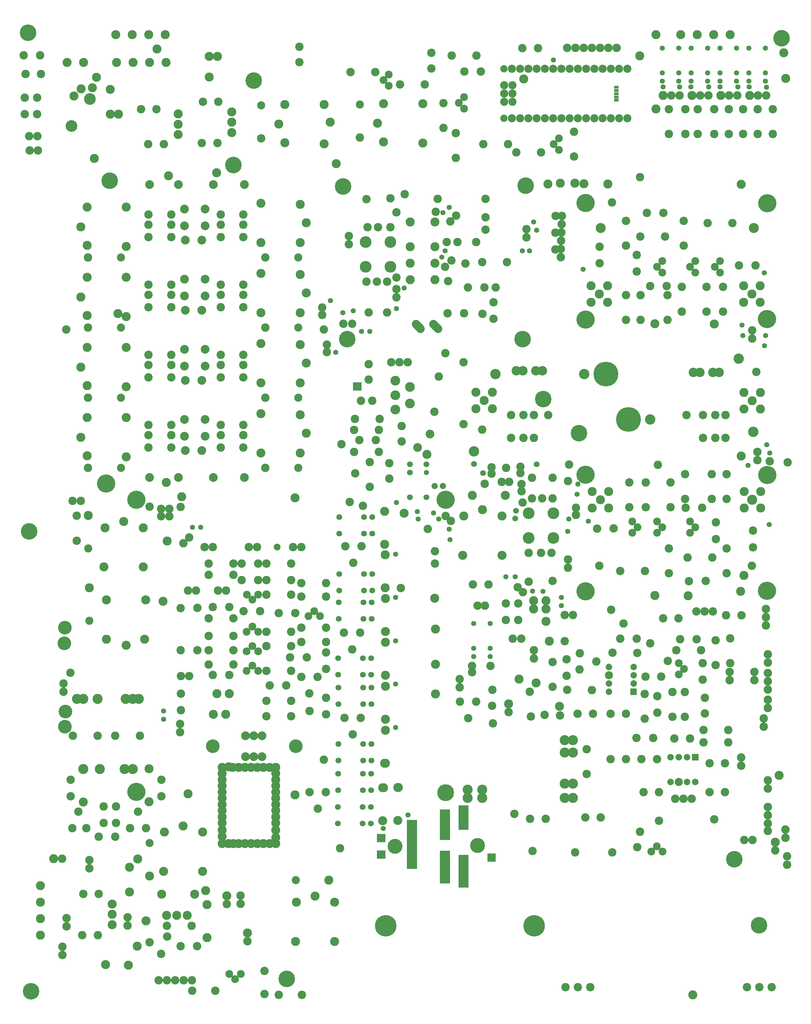
<source format=gbr>
%FSLAX34Y34*%
%MOMM*%
%LNSOLDERMASK_BOTTOM*%
G71*
G01*
%ADD10C,2.600*%
%ADD11C,2.400*%
%ADD12C,2.800*%
%ADD13C,2.600*%
%ADD14C,5.100*%
%ADD15C,1.600*%
%ADD16C,3.100*%
%ADD17C,7.600*%
%ADD18C,3.200*%
%ADD19C,2.900*%
%ADD20C,2.600*%
%ADD21C,2.600*%
%ADD22C,2.400*%
%ADD23C,2.600*%
%ADD24C,3.600*%
%ADD25C,2.800*%
%ADD26C,3.000*%
%ADD27C,1.800*%
%ADD28C,1.600*%
%ADD29C,2.000*%
%ADD30C,2.500*%
%ADD31C,2.700*%
%ADD32C,2.700*%
%ADD33C,2.500*%
%ADD34C,2.800*%
%ADD35C,4.200*%
%ADD36C,2.700*%
%ADD37C,2.800*%
%ADD38C,2.100*%
%ADD39C,1.600*%
%ADD40C,6.600*%
%ADD41C,4.200*%
%ADD42C,4.600*%
%ADD43C,5.600*%
%ADD44C,1.900*%
%ADD45R,1.470X0.835*%
%ADD46C,2.500*%
%ADD47C,2.250*%
%ADD48C,5.200*%
%LPD*%
X289561Y-120097D02*
G54D10*
D03*
X289611Y-43847D02*
G54D10*
D03*
X208567Y-123497D02*
G54D10*
D03*
X208680Y-174478D02*
G54D10*
D03*
X322867Y-148897D02*
G54D10*
D03*
X322979Y-199878D02*
G54D10*
D03*
X289577Y-348697D02*
G54D10*
D03*
X289627Y-272447D02*
G54D10*
D03*
X410298Y-92083D02*
G54D10*
D03*
X334048Y-92033D02*
G54D10*
D03*
X335257Y-272447D02*
G54D10*
D03*
X335207Y-348697D02*
G54D10*
D03*
X467360Y-120098D02*
G54D10*
D03*
X467410Y-43848D02*
G54D10*
D03*
X364692Y-244613D02*
G54D10*
D03*
X462257Y-247047D02*
G54D10*
D03*
X462207Y-323297D02*
G54D10*
D03*
X538456Y-247047D02*
G54D10*
D03*
X538406Y-323297D02*
G54D10*
D03*
X589256Y-247047D02*
G54D10*
D03*
X589206Y-323297D02*
G54D10*
D03*
X688728Y-181002D02*
G54D10*
D03*
X637748Y-181115D02*
G54D10*
D03*
X617274Y-50279D02*
G54D10*
D03*
X541024Y-50229D02*
G54D10*
D03*
X401932Y-167672D02*
G54D11*
D03*
X386032Y-185247D02*
G54D11*
D03*
X401966Y-202863D02*
G54D11*
D03*
X503532Y-167672D02*
G54D11*
D03*
X487632Y-185247D02*
G54D11*
D03*
X503566Y-202863D02*
G54D11*
D03*
X579732Y-167672D02*
G54D11*
D03*
X563832Y-185247D02*
G54D11*
D03*
X579766Y-202863D02*
G54D11*
D03*
X182832Y-243772D02*
G54D12*
D03*
X233632Y-243772D02*
G54D12*
D03*
X208232Y-269172D02*
G54D12*
D03*
X233632Y-294572D02*
G54D12*
D03*
X182832Y-294572D02*
G54D12*
D03*
X652732Y-243772D02*
G54D12*
D03*
X703532Y-243772D02*
G54D12*
D03*
X678132Y-269172D02*
G54D12*
D03*
X703532Y-294572D02*
G54D12*
D03*
X652732Y-294572D02*
G54D12*
D03*
X354258Y-19463D02*
G54D10*
D03*
X405238Y-19350D02*
G54D10*
D03*
X289577Y-348697D02*
G54D13*
D03*
X335207Y-348697D02*
G54D13*
D03*
X462207Y-323297D02*
G54D13*
D03*
X538406Y-323297D02*
G54D13*
D03*
X289577Y-348697D02*
G54D13*
D03*
X165156Y10922D02*
G54D14*
D03*
X415492Y-244613D02*
G54D10*
D03*
X417807Y-272447D02*
G54D10*
D03*
X417757Y-348697D02*
G54D10*
D03*
X246807Y12703D02*
G54D10*
D03*
X158032Y-193072D02*
G54D15*
D03*
X335207Y-348697D02*
G54D13*
D03*
X417757Y-348697D02*
G54D13*
D03*
X462207Y-323297D02*
G54D13*
D03*
X538406Y-323297D02*
G54D13*
D03*
X724988Y10128D02*
G54D14*
D03*
X165156Y-347854D02*
G54D14*
D03*
X724352Y-346266D02*
G54D14*
D03*
X215182Y-66072D02*
G54D15*
D03*
X212006Y-66072D02*
G54D16*
D03*
X683731Y-66072D02*
G54D16*
D03*
X297782Y-655313D02*
G54D17*
D03*
X227932Y-515612D02*
G54D17*
D03*
X161257Y-515613D02*
G54D18*
D03*
X364457Y-655313D02*
G54D18*
D03*
X-47618Y-505513D02*
G54D19*
D03*
X32382Y-505513D02*
G54D20*
D03*
X497382Y-510513D02*
G54D20*
D03*
X577382Y-510513D02*
G54D20*
D03*
X32382Y-505513D02*
G54D19*
D03*
X497382Y-510513D02*
G54D19*
D03*
X577382Y-510513D02*
G54D12*
D03*
X-27618Y-505513D02*
G54D19*
D03*
X12382Y-505513D02*
G54D19*
D03*
X517382Y-510512D02*
G54D19*
D03*
X557382Y-510513D02*
G54D19*
D03*
X-172043Y-621843D02*
G54D12*
D03*
X-172043Y-571043D02*
G54D12*
D03*
X-146643Y-596443D02*
G54D12*
D03*
X-121243Y-571042D02*
G54D12*
D03*
X-121243Y-621843D02*
G54D12*
D03*
X-172043Y-623113D02*
G54D21*
D03*
X-121243Y-623113D02*
G54D13*
D03*
X653457Y-623113D02*
G54D12*
D03*
X653457Y-572313D02*
G54D12*
D03*
X678857Y-597713D02*
G54D12*
D03*
X704257Y-572313D02*
G54D12*
D03*
X704257Y-623113D02*
G54D12*
D03*
X653457Y-623113D02*
G54D21*
D03*
X704257Y-623113D02*
G54D13*
D03*
X526914Y-711750D02*
G54D10*
D03*
X526914Y-641900D02*
G54D10*
D03*
X596764Y-711750D02*
G54D10*
D03*
X596764Y-641900D02*
G54D10*
D03*
X565014Y-641900D02*
G54D10*
D03*
X565014Y-711750D02*
G54D10*
D03*
X596765Y-711750D02*
G54D13*
D03*
X596765Y-641900D02*
G54D13*
D03*
X-63636Y-711750D02*
G54D10*
D03*
X-63636Y-641900D02*
G54D10*
D03*
X6214Y-711750D02*
G54D10*
D03*
X6214Y-641900D02*
G54D10*
D03*
X-25536Y-641900D02*
G54D10*
D03*
X-25536Y-711750D02*
G54D10*
D03*
X6215Y-711750D02*
G54D13*
D03*
X6215Y-641900D02*
G54D13*
D03*
X577382Y-510513D02*
G54D19*
D03*
X50665Y-641900D02*
G54D21*
D03*
X476115Y-641900D02*
G54D21*
D03*
X691657Y-508788D02*
G54D21*
D03*
X-152893Y-686588D02*
G54D21*
D03*
X-172043Y-572313D02*
G54D13*
D03*
X-121243Y-572312D02*
G54D13*
D03*
X653457Y-572313D02*
G54D13*
D03*
X704257Y-572313D02*
G54D13*
D03*
X704257Y-623113D02*
G54D13*
D03*
X165156Y-825691D02*
G54D14*
D03*
X724988Y-826484D02*
G54D14*
D03*
X165156Y-1184466D02*
G54D14*
D03*
X724352Y-1182878D02*
G54D14*
D03*
X678731Y-902684D02*
G54D16*
D03*
X-435668Y-185612D02*
G54D22*
D03*
X-435668Y-109412D02*
G54D22*
D03*
X-511868Y-185612D02*
G54D22*
D03*
X-435668Y-185612D02*
G54D22*
D03*
X-511868Y-109412D02*
G54D22*
D03*
X-511868Y-185612D02*
G54D22*
D03*
X-435668Y-109412D02*
G54D22*
D03*
X-511868Y-109412D02*
G54D22*
D03*
X-435756Y25611D02*
G54D10*
D03*
X-435756Y-63289D02*
G54D10*
D03*
X-473856Y-63289D02*
G54D10*
D03*
X-505606Y-63289D02*
G54D10*
D03*
X-445400Y-326179D02*
G54D10*
D03*
X-508899Y-230929D02*
G54D10*
D03*
X-477150Y-230929D02*
G54D10*
D03*
X-445400Y-230929D02*
G54D10*
D03*
X-416917Y-218640D02*
G54D10*
D03*
X-508900Y23071D02*
G54D10*
D03*
X-391306Y38311D02*
G54D10*
D03*
X-228878Y-109378D02*
G54D10*
D03*
X-171728Y-109378D02*
G54D10*
D03*
X-143028Y-33178D02*
G54D10*
D03*
X-143028Y23972D02*
G54D10*
D03*
X-204078Y-175002D02*
G54D10*
D03*
X-258030Y-228884D02*
G54D10*
D03*
X-204078Y-175002D02*
G54D13*
D03*
X-76302Y-170950D02*
G54D10*
D03*
X-152552Y-170900D02*
G54D10*
D03*
X-76302Y-170950D02*
G54D13*
D03*
X-197128Y-249078D02*
G54D10*
D03*
X-146328Y-249078D02*
G54D10*
D03*
X-146328Y-249078D02*
G54D10*
D03*
X-117721Y-345184D02*
G54D10*
D03*
X-117833Y-294204D02*
G54D10*
D03*
X-117721Y-345184D02*
G54D10*
D03*
X-143028Y-71278D02*
G54D10*
D03*
X-111278Y-249078D02*
G54D10*
D03*
X-261898Y-109378D02*
G54D10*
D03*
X-250978Y-45878D02*
G54D10*
D03*
X-374674Y-47374D02*
G54D12*
D03*
X-298474Y-47374D02*
G54D12*
D03*
X-374674Y-123574D02*
G54D12*
D03*
X-374674Y-174374D02*
G54D12*
D03*
X-374674Y-225174D02*
G54D12*
D03*
X-298474Y-123574D02*
G54D12*
D03*
X-298474Y-174374D02*
G54D12*
D03*
X-298474Y-225174D02*
G54D12*
D03*
X-298474Y-47374D02*
G54D10*
D03*
X-152223Y-330177D02*
G54D10*
D03*
X-208443Y-327932D02*
G54D10*
D03*
X-208443Y-327932D02*
G54D10*
D03*
X-259243Y-327932D02*
G54D10*
D03*
G54D23*
X-289059Y-375654D02*
X-303201Y-361512D01*
G54D23*
X-343034Y-375654D02*
X-357176Y-361512D01*
X-563268Y-90678D02*
G54D21*
D03*
X-563268Y-116078D02*
G54D21*
D03*
X-290218Y23622D02*
G54D21*
D03*
X-511868Y-109412D02*
G54D24*
D03*
X-511868Y-185612D02*
G54D24*
D03*
X-435668Y-185612D02*
G54D24*
D03*
X-435668Y-109412D02*
G54D24*
D03*
X-9590Y-943814D02*
G54D22*
D03*
X-9590Y-1020014D02*
G54D22*
D03*
X66610Y-943814D02*
G54D22*
D03*
X-9590Y-943814D02*
G54D22*
D03*
X66610Y-1020014D02*
G54D22*
D03*
X66610Y-943814D02*
G54D22*
D03*
X-9590Y-1020014D02*
G54D22*
D03*
X66610Y-1020014D02*
G54D22*
D03*
X-9502Y-1155037D02*
G54D10*
D03*
X-9502Y-1066137D02*
G54D10*
D03*
X28598Y-1066137D02*
G54D10*
D03*
X60348Y-1066137D02*
G54D10*
D03*
X63642Y-834997D02*
G54D10*
D03*
X142Y-834997D02*
G54D10*
D03*
X63641Y-898497D02*
G54D10*
D03*
X31892Y-898497D02*
G54D10*
D03*
X142Y-898497D02*
G54D10*
D03*
X-28341Y-910786D02*
G54D10*
D03*
X63642Y-1152497D02*
G54D10*
D03*
X111660Y-1111773D02*
G54D21*
D03*
X111660Y-1086373D02*
G54D21*
D03*
X111660Y-845073D02*
G54D21*
D03*
X66610Y-1020014D02*
G54D24*
D03*
X66610Y-943814D02*
G54D24*
D03*
X-9590Y-943814D02*
G54D24*
D03*
X-9590Y-1020014D02*
G54D24*
D03*
X-212598Y-1073395D02*
G54D12*
D03*
X-209424Y-952745D02*
G54D12*
D03*
X-91948Y-1073395D02*
G54D12*
D03*
X-91948Y-952745D02*
G54D12*
D03*
X-152273Y-933282D02*
G54D12*
D03*
X-209424Y-952745D02*
G54D25*
D03*
X-183577Y-889164D02*
G54D12*
D03*
X-81977Y-889164D02*
G54D12*
D03*
X5323Y-1213304D02*
G54D12*
D03*
X5323Y-1238704D02*
G54D12*
D03*
X43423Y-1238704D02*
G54D12*
D03*
X43423Y-1276804D02*
G54D12*
D03*
X-42082Y-1221310D02*
G54D10*
D03*
X-41969Y-1272290D02*
G54D10*
D03*
X-42082Y-1221310D02*
G54D10*
D03*
X-41970Y-1272291D02*
G54D10*
D03*
X-80182Y-1221310D02*
G54D10*
D03*
X-80070Y-1272290D02*
G54D10*
D03*
X-80182Y-1221310D02*
G54D10*
D03*
X-80070Y-1272291D02*
G54D10*
D03*
X43423Y-1213304D02*
G54D12*
D03*
X-145610Y-853354D02*
G54D10*
D03*
X-183577Y-889164D02*
G54D12*
D03*
X-375619Y-554865D02*
G54D26*
D03*
X-375619Y-605665D02*
G54D26*
D03*
X-420069Y-580264D02*
G54D26*
D03*
X-420069Y-624715D02*
G54D26*
D03*
X-420069Y-535815D02*
G54D26*
D03*
X-407369Y-478665D02*
G54D10*
D03*
X-432769Y-478665D02*
G54D10*
D03*
X-381969Y-478664D02*
G54D10*
D03*
X-468454Y-653290D02*
G54D10*
D03*
X-544704Y-653240D02*
G54D10*
D03*
X-547396Y-687550D02*
G54D10*
D03*
X-471146Y-687600D02*
G54D10*
D03*
X-531462Y-719026D02*
G54D10*
D03*
X-480482Y-718914D02*
G54D10*
D03*
X-502619Y-484927D02*
G54D10*
D03*
X-502619Y-532727D02*
G54D10*
D03*
X-499009Y-786552D02*
G54D10*
D03*
X-499059Y-862802D02*
G54D10*
D03*
X-439119Y-837614D02*
G54D10*
D03*
X-439119Y-789815D02*
G54D10*
D03*
X-526563Y-597771D02*
G54D10*
D03*
X-491463Y-597770D02*
G54D10*
D03*
X-401019Y-723315D02*
G54D10*
D03*
X-401019Y-675514D02*
G54D10*
D03*
X-547341Y-755197D02*
G54D10*
D03*
X-471091Y-755247D02*
G54D10*
D03*
X-300144Y-631620D02*
G54D10*
D03*
X-547396Y-687550D02*
G54D10*
D03*
X-547341Y-755196D02*
G54D10*
D03*
X-439119Y-837614D02*
G54D10*
D03*
X-499059Y-862802D02*
G54D10*
D03*
G36*
X-524669Y-540595D02*
X-524669Y-566595D01*
X-550669Y-566595D01*
X-550669Y-540595D01*
X-524669Y-540595D01*
G37*
X-324819Y-793076D02*
G54D27*
D03*
X-324819Y-818476D02*
G54D28*
D03*
X-375619Y-793077D02*
G54D28*
D03*
X-375619Y-818477D02*
G54D27*
D03*
X-324819Y-894677D02*
G54D28*
D03*
X-375619Y-894677D02*
G54D28*
D03*
X-322787Y-762311D02*
G54D12*
D03*
X-320623Y-992285D02*
G54D21*
D03*
X-375619Y-793077D02*
G54D27*
D03*
X-324819Y-894677D02*
G54D27*
D03*
X-375619Y-894677D02*
G54D27*
D03*
G36*
X303294Y-1503415D02*
X303294Y-1483415D01*
X323294Y-1483415D01*
X323294Y-1503415D01*
X303294Y-1503415D01*
G37*
X313294Y-1468015D02*
G54D29*
D03*
X313294Y-1442615D02*
G54D29*
D03*
X313294Y-1417215D02*
G54D29*
D03*
X237094Y-1417215D02*
G54D29*
D03*
X237094Y-1442615D02*
G54D29*
D03*
X237095Y-1468015D02*
G54D29*
D03*
X237094Y-1493415D02*
G54D29*
D03*
X237094Y-1442615D02*
G54D30*
D03*
X609044Y-1458054D02*
G54D10*
D03*
X609044Y-1432554D02*
G54D10*
D03*
X63950Y-1477805D02*
G54D10*
D03*
X64000Y-1401555D02*
G54D10*
D03*
X-71242Y-1556397D02*
G54D10*
D03*
X-71242Y-1530897D02*
G54D10*
D03*
X471015Y-1494113D02*
G54D10*
D03*
X470964Y-1570364D02*
G54D10*
D03*
X471015Y-1494113D02*
G54D10*
D03*
X532899Y-1512046D02*
G54D10*
D03*
X532899Y-1559846D02*
G54D10*
D03*
X432914Y-1494113D02*
G54D10*
D03*
X432864Y-1570364D02*
G54D10*
D03*
X432915Y-1494113D02*
G54D10*
D03*
X452570Y-1440340D02*
G54D11*
D03*
X468470Y-1422765D02*
G54D11*
D03*
X452535Y-1405149D02*
G54D11*
D03*
X525943Y-1405546D02*
G54D10*
D03*
X526055Y-1456527D02*
G54D10*
D03*
X525943Y-1405547D02*
G54D10*
D03*
X521013Y-1365419D02*
G54D10*
D03*
X444763Y-1365369D02*
G54D10*
D03*
X521013Y-1365419D02*
G54D10*
D03*
X507980Y-1331447D02*
G54D10*
D03*
X457000Y-1331559D02*
G54D10*
D03*
X507980Y-1331446D02*
G54D10*
D03*
X386243Y-1507146D02*
G54D10*
D03*
X386355Y-1558127D02*
G54D10*
D03*
X386243Y-1507147D02*
G54D10*
D03*
X532899Y-1512046D02*
G54D10*
D03*
X521013Y-1365419D02*
G54D10*
D03*
X507980Y-1331447D02*
G54D10*
D03*
X566265Y-1335363D02*
G54D10*
D03*
X566215Y-1411614D02*
G54D10*
D03*
X566266Y-1335363D02*
G54D10*
D03*
X566265Y-1335363D02*
G54D10*
D03*
X386243Y-1507146D02*
G54D10*
D03*
X350205Y-1447090D02*
G54D10*
D03*
X398005Y-1447090D02*
G54D10*
D03*
X364449Y-1344691D02*
G54D10*
D03*
X418331Y-1398644D02*
G54D10*
D03*
X364450Y-1344690D02*
G54D10*
D03*
X364450Y-1344691D02*
G54D10*
D03*
X324388Y-1373590D02*
G54D10*
D03*
X248138Y-1373540D02*
G54D10*
D03*
X271891Y-1329664D02*
G54D10*
D03*
X322872Y-1329552D02*
G54D10*
D03*
X271892Y-1329664D02*
G54D10*
D03*
X324388Y-1373590D02*
G54D10*
D03*
X322872Y-1329552D02*
G54D10*
D03*
X140655Y-1561390D02*
G54D10*
D03*
X188455Y-1561390D02*
G54D10*
D03*
X39055Y-1564565D02*
G54D10*
D03*
X86855Y-1566152D02*
G54D10*
D03*
X242255Y-1561390D02*
G54D10*
D03*
X290055Y-1561390D02*
G54D10*
D03*
X242255Y-1561390D02*
G54D10*
D03*
X347190Y-1500463D02*
G54D10*
D03*
X347140Y-1576714D02*
G54D10*
D03*
X347190Y-1500463D02*
G54D10*
D03*
X184688Y-1487890D02*
G54D10*
D03*
X108438Y-1487840D02*
G54D10*
D03*
X184688Y-1487890D02*
G54D10*
D03*
X107109Y-1444016D02*
G54D10*
D03*
X106997Y-1393036D02*
G54D10*
D03*
X107109Y-1444016D02*
G54D10*
D03*
X106997Y-1393035D02*
G54D10*
D03*
X147370Y-1375140D02*
G54D21*
D03*
X198302Y-1400124D02*
G54D21*
D03*
X147256Y-1425023D02*
G54D21*
D03*
X147370Y-1375140D02*
G54D10*
D03*
X53354Y-1337722D02*
G54D10*
D03*
X101154Y-1337722D02*
G54D10*
D03*
X63950Y-1477805D02*
G54D10*
D03*
X610656Y-1329109D02*
G54D10*
D03*
X53354Y-1337722D02*
G54D12*
D03*
X-39520Y-1454534D02*
G54D12*
D03*
X-71242Y-1530897D02*
G54D12*
D03*
X610656Y-1329109D02*
G54D10*
D03*
X610606Y-1405359D02*
G54D10*
D03*
X610656Y-1329109D02*
G54D10*
D03*
X610656Y-1329109D02*
G54D10*
D03*
X566265Y-1335363D02*
G54D10*
D03*
X507980Y-1331447D02*
G54D10*
D03*
X521013Y-1365419D02*
G54D10*
D03*
X364449Y-1344691D02*
G54D10*
D03*
X324388Y-1373590D02*
G54D10*
D03*
X322872Y-1329552D02*
G54D10*
D03*
X532899Y-1512046D02*
G54D10*
D03*
X147370Y-1375140D02*
G54D10*
D03*
X242255Y-1561390D02*
G54D10*
D03*
X63950Y-1477805D02*
G54D10*
D03*
X685294Y-1458104D02*
G54D10*
D03*
X609044Y-1458054D02*
G54D10*
D03*
X685294Y-1432604D02*
G54D10*
D03*
X609044Y-1432554D02*
G54D10*
D03*
X-1110610Y-741764D02*
G54D10*
D03*
X-1180460Y-741764D02*
G54D10*
D03*
X-1110610Y-671914D02*
G54D10*
D03*
X-1180460Y-671914D02*
G54D10*
D03*
X-1180460Y-703664D02*
G54D10*
D03*
X-1110610Y-703664D02*
G54D10*
D03*
X-1067202Y-750535D02*
G54D31*
D03*
X-1016220Y-750423D02*
G54D31*
D03*
X-888360Y-741764D02*
G54D10*
D03*
X-958210Y-741764D02*
G54D10*
D03*
X-888360Y-671914D02*
G54D10*
D03*
X-958210Y-671914D02*
G54D10*
D03*
X-958210Y-703664D02*
G54D10*
D03*
X-888360Y-703664D02*
G54D10*
D03*
X-1006137Y-706437D02*
G54D10*
D03*
X-1006250Y-655457D02*
G54D10*
D03*
X-1069637Y-706437D02*
G54D10*
D03*
X-1069750Y-655457D02*
G54D10*
D03*
X-888360Y-671914D02*
G54D13*
D03*
X-958210Y-671914D02*
G54D13*
D03*
X-1006250Y-655456D02*
G54D32*
D03*
X-1069750Y-655456D02*
G54D13*
D03*
X-1110610Y-671914D02*
G54D13*
D03*
X-1180460Y-671914D02*
G54D13*
D03*
X-1069637Y-706437D02*
G54D31*
D03*
X-1069750Y-655457D02*
G54D31*
D03*
X-1006250Y-655457D02*
G54D31*
D03*
X-1006137Y-706437D02*
G54D31*
D03*
X-834147Y-637472D02*
G54D12*
D03*
X-713497Y-640646D02*
G54D12*
D03*
X-834147Y-758122D02*
G54D12*
D03*
X-713497Y-758122D02*
G54D12*
D03*
X-694684Y-697797D02*
G54D12*
D03*
X-820640Y-804402D02*
G54D33*
D03*
X-719040Y-804401D02*
G54D33*
D03*
X-713497Y-640646D02*
G54D12*
D03*
X-1249142Y-770210D02*
G54D12*
D03*
X-1369792Y-767036D02*
G54D12*
D03*
X-1249142Y-649560D02*
G54D12*
D03*
X-1369792Y-649560D02*
G54D12*
D03*
X-1388604Y-709885D02*
G54D12*
D03*
X-1369791Y-767036D02*
G54D12*
D03*
X-1369792Y-649560D02*
G54D12*
D03*
X-1366740Y-804402D02*
G54D33*
D03*
X-1265140Y-804401D02*
G54D33*
D03*
X-820640Y-804402D02*
G54D10*
D03*
X-1366740Y-804402D02*
G54D10*
D03*
X-1110610Y-525864D02*
G54D10*
D03*
X-1180460Y-525864D02*
G54D10*
D03*
X-1110610Y-456014D02*
G54D10*
D03*
X-1180460Y-456014D02*
G54D10*
D03*
X-1180460Y-487764D02*
G54D10*
D03*
X-1110610Y-487764D02*
G54D10*
D03*
X-1067202Y-534635D02*
G54D31*
D03*
X-1016220Y-534523D02*
G54D31*
D03*
X-888360Y-525864D02*
G54D10*
D03*
X-958210Y-525864D02*
G54D10*
D03*
X-888360Y-456014D02*
G54D10*
D03*
X-958210Y-456014D02*
G54D10*
D03*
X-958210Y-487764D02*
G54D10*
D03*
X-888360Y-487764D02*
G54D10*
D03*
X-1006137Y-490537D02*
G54D10*
D03*
X-1006250Y-439556D02*
G54D10*
D03*
X-1069637Y-490537D02*
G54D10*
D03*
X-1069750Y-439557D02*
G54D10*
D03*
X-888360Y-456014D02*
G54D13*
D03*
X-958210Y-456014D02*
G54D13*
D03*
X-1006250Y-439556D02*
G54D32*
D03*
X-1069750Y-439556D02*
G54D13*
D03*
X-1110610Y-456014D02*
G54D13*
D03*
X-1180460Y-456014D02*
G54D13*
D03*
X-1069637Y-490537D02*
G54D31*
D03*
X-1069750Y-439557D02*
G54D31*
D03*
X-1006250Y-439556D02*
G54D31*
D03*
X-1006137Y-490537D02*
G54D31*
D03*
X-834147Y-421572D02*
G54D12*
D03*
X-713497Y-424746D02*
G54D12*
D03*
X-834147Y-542222D02*
G54D12*
D03*
X-713497Y-542222D02*
G54D12*
D03*
X-694684Y-481897D02*
G54D12*
D03*
X-820640Y-588502D02*
G54D33*
D03*
X-719040Y-588501D02*
G54D33*
D03*
X-713497Y-424746D02*
G54D12*
D03*
X-1249142Y-554310D02*
G54D12*
D03*
X-1369792Y-551136D02*
G54D12*
D03*
X-1249142Y-433660D02*
G54D12*
D03*
X-1369792Y-433660D02*
G54D12*
D03*
X-1388604Y-493985D02*
G54D12*
D03*
X-1369791Y-551137D02*
G54D12*
D03*
X-1369792Y-433660D02*
G54D12*
D03*
X-1366740Y-588502D02*
G54D33*
D03*
X-1265140Y-588501D02*
G54D33*
D03*
X-820640Y-588502D02*
G54D10*
D03*
X-1366740Y-588502D02*
G54D10*
D03*
X-1110610Y-309964D02*
G54D10*
D03*
X-1180460Y-309964D02*
G54D10*
D03*
X-1110610Y-240114D02*
G54D10*
D03*
X-1180460Y-240114D02*
G54D10*
D03*
X-1180460Y-271864D02*
G54D10*
D03*
X-1110610Y-271864D02*
G54D10*
D03*
X-1067202Y-318735D02*
G54D31*
D03*
X-1016220Y-318623D02*
G54D31*
D03*
X-888360Y-309964D02*
G54D10*
D03*
X-958210Y-309964D02*
G54D10*
D03*
X-888360Y-240114D02*
G54D10*
D03*
X-958210Y-240114D02*
G54D10*
D03*
X-958210Y-271864D02*
G54D10*
D03*
X-888360Y-271864D02*
G54D10*
D03*
X-1006137Y-274637D02*
G54D10*
D03*
X-1006250Y-223656D02*
G54D10*
D03*
X-1069637Y-274637D02*
G54D10*
D03*
X-1069750Y-223656D02*
G54D10*
D03*
X-888360Y-240114D02*
G54D13*
D03*
X-958210Y-240114D02*
G54D13*
D03*
X-1006250Y-223656D02*
G54D32*
D03*
X-1069750Y-223656D02*
G54D13*
D03*
X-1110610Y-240114D02*
G54D13*
D03*
X-1180460Y-240114D02*
G54D13*
D03*
X-1069637Y-274637D02*
G54D31*
D03*
X-1069750Y-223656D02*
G54D31*
D03*
X-1006250Y-223656D02*
G54D31*
D03*
X-1006137Y-274637D02*
G54D31*
D03*
X-834147Y-205672D02*
G54D12*
D03*
X-713497Y-208846D02*
G54D12*
D03*
X-834147Y-326322D02*
G54D12*
D03*
X-713497Y-326322D02*
G54D12*
D03*
X-694684Y-265997D02*
G54D12*
D03*
X-820640Y-372602D02*
G54D33*
D03*
X-719040Y-372602D02*
G54D33*
D03*
X-713497Y-208846D02*
G54D12*
D03*
X-1249142Y-338410D02*
G54D12*
D03*
X-1369792Y-335236D02*
G54D12*
D03*
X-1249142Y-217760D02*
G54D12*
D03*
X-1369792Y-217760D02*
G54D12*
D03*
X-1388604Y-278085D02*
G54D12*
D03*
X-1369791Y-335236D02*
G54D12*
D03*
X-1369792Y-217760D02*
G54D12*
D03*
X-1366740Y-372602D02*
G54D33*
D03*
X-1265140Y-372602D02*
G54D33*
D03*
X-820640Y-372602D02*
G54D10*
D03*
X-1366740Y-372602D02*
G54D10*
D03*
X-1110610Y-94064D02*
G54D10*
D03*
X-1180460Y-94064D02*
G54D10*
D03*
X-1110610Y-24214D02*
G54D10*
D03*
X-1180460Y-24214D02*
G54D10*
D03*
X-1180460Y-55964D02*
G54D10*
D03*
X-1110610Y-55964D02*
G54D10*
D03*
X-1067202Y-102835D02*
G54D31*
D03*
X-1016220Y-102723D02*
G54D31*
D03*
X-888360Y-94064D02*
G54D10*
D03*
X-958210Y-94064D02*
G54D10*
D03*
X-888360Y-24214D02*
G54D10*
D03*
X-958210Y-24214D02*
G54D10*
D03*
X-958210Y-55964D02*
G54D10*
D03*
X-888360Y-55964D02*
G54D10*
D03*
X-1006137Y-58737D02*
G54D10*
D03*
X-1006250Y-7756D02*
G54D10*
D03*
X-1069637Y-58737D02*
G54D10*
D03*
X-1069750Y-7757D02*
G54D10*
D03*
X-888360Y-24214D02*
G54D13*
D03*
X-958210Y-24214D02*
G54D13*
D03*
X-1006250Y-7756D02*
G54D32*
D03*
X-1069750Y-7756D02*
G54D13*
D03*
X-1110610Y-24214D02*
G54D13*
D03*
X-1180460Y-24214D02*
G54D13*
D03*
X-1069637Y-58737D02*
G54D31*
D03*
X-1069750Y-7757D02*
G54D31*
D03*
X-1006250Y-7757D02*
G54D31*
D03*
X-1006137Y-58737D02*
G54D31*
D03*
X-834147Y10228D02*
G54D12*
D03*
X-713497Y7054D02*
G54D12*
D03*
X-834147Y-110422D02*
G54D12*
D03*
X-713497Y-110422D02*
G54D12*
D03*
X-694684Y-50097D02*
G54D12*
D03*
X-820640Y-156702D02*
G54D33*
D03*
X-719040Y-156702D02*
G54D33*
D03*
X-713497Y7054D02*
G54D12*
D03*
X-1249142Y-122510D02*
G54D12*
D03*
X-1369792Y-119336D02*
G54D12*
D03*
X-1249142Y-1860D02*
G54D12*
D03*
X-1369792Y-1860D02*
G54D12*
D03*
X-1388604Y-62185D02*
G54D12*
D03*
X-1369791Y-119336D02*
G54D12*
D03*
X-1369792Y-1860D02*
G54D12*
D03*
X-1366740Y-156702D02*
G54D33*
D03*
X-1265140Y-156702D02*
G54D33*
D03*
X-820640Y-156702D02*
G54D10*
D03*
X-1366740Y-156702D02*
G54D10*
D03*
X-885486Y-833437D02*
G54D31*
D03*
X-885486Y-833437D02*
G54D31*
D03*
X-980736Y-833437D02*
G54D31*
D03*
X-980736Y-833437D02*
G54D31*
D03*
X-1088686Y-833437D02*
G54D31*
D03*
X-1088686Y-833437D02*
G54D31*
D03*
X-1177586Y-833437D02*
G54D31*
D03*
X-1177586Y-833437D02*
G54D31*
D03*
X-885486Y68263D02*
G54D31*
D03*
X-885486Y68263D02*
G54D31*
D03*
X-980736Y68263D02*
G54D31*
D03*
X-980736Y68263D02*
G54D31*
D03*
X-1088686Y68263D02*
G54D31*
D03*
X-1088686Y68263D02*
G54D31*
D03*
X-1177586Y68263D02*
G54D31*
D03*
X-1177586Y68263D02*
G54D31*
D03*
X-1434222Y-378267D02*
G54D21*
D03*
X-640472Y-378267D02*
G54D21*
D03*
X-28520Y-408178D02*
G54D14*
D03*
X-18994Y64896D02*
G54D14*
D03*
X-18995Y64897D02*
G54D14*
D03*
X-568270Y-408178D02*
G54D14*
D03*
X-580970Y61722D02*
G54D14*
D03*
X-1189323Y-1210953D02*
G54D12*
D03*
X-1192497Y-1331603D02*
G54D12*
D03*
X-1309972Y-1210953D02*
G54D12*
D03*
X-1309972Y-1331603D02*
G54D12*
D03*
X-1249648Y-1350416D02*
G54D12*
D03*
X-1317522Y-1109084D02*
G54D12*
D03*
X-1314348Y-988434D02*
G54D12*
D03*
X-1196872Y-1109084D02*
G54D12*
D03*
X-1196873Y-988434D02*
G54D12*
D03*
X-1257198Y-969146D02*
G54D12*
D03*
X-1362602Y-1173660D02*
G54D33*
D03*
X-1362602Y-1275260D02*
G54D33*
D03*
X-1362602Y-1173660D02*
G54D10*
D03*
X-1362602Y-1173660D02*
G54D12*
D03*
X-1366400Y-950464D02*
G54D33*
D03*
X-1366400Y-1052065D02*
G54D33*
D03*
X-1366400Y-950464D02*
G54D10*
D03*
X-1366400Y-950464D02*
G54D12*
D03*
X-1192497Y-1331603D02*
G54D12*
D03*
X-1196873Y-988434D02*
G54D12*
D03*
X-1314348Y-988434D02*
G54D12*
D03*
X-1196873Y-988434D02*
G54D12*
D03*
X-1218112Y-902684D02*
G54D14*
D03*
X-265612Y-902684D02*
G54D14*
D03*
X-1218112Y-1801209D02*
G54D14*
D03*
X-265612Y-1804384D02*
G54D14*
D03*
X-181557Y-1163004D02*
G54D10*
D03*
X-133757Y-1163004D02*
G54D10*
D03*
X-181557Y-1163003D02*
G54D10*
D03*
X714340Y-1575444D02*
G54D21*
D03*
X727039Y-1378594D02*
G54D21*
D03*
X727040Y-1403994D02*
G54D21*
D03*
X727039Y-1765944D02*
G54D21*
D03*
X727040Y-1791344D02*
G54D21*
D03*
X727039Y-1518294D02*
G54D21*
D03*
X727040Y-1543694D02*
G54D21*
D03*
X-299579Y-1205185D02*
G54D34*
D03*
X-296404Y-1300435D02*
G54D34*
D03*
X-296404Y-1408385D02*
G54D34*
D03*
X-296404Y-1500460D02*
G54D34*
D03*
X-726974Y-1660923D02*
G54D35*
D03*
X-982674Y-1661023D02*
G54D35*
D03*
X-881948Y-1629098D02*
G54D36*
D03*
X-856574Y-1629223D02*
G54D36*
D03*
X-831130Y-1629198D02*
G54D36*
D03*
X-633868Y-1562839D02*
G54D10*
D03*
X-634043Y-1511847D02*
G54D10*
D03*
X-931798Y-1498973D02*
G54D37*
D03*
X-981198Y-1563073D02*
G54D37*
D03*
X-943198Y-1563073D02*
G54D37*
D03*
X-969898Y-1498973D02*
G54D37*
D03*
X-1081074Y-1549823D02*
G54D10*
D03*
X-1081198Y-1498906D02*
G54D10*
D03*
X-817548Y-1521248D02*
G54D10*
D03*
X-741298Y-1521298D02*
G54D10*
D03*
X-1083648Y-1617948D02*
G54D10*
D03*
X-1083648Y-1592448D02*
G54D10*
D03*
X-817548Y-1568873D02*
G54D10*
D03*
X-741299Y-1568923D02*
G54D10*
D03*
X-842948Y-1149773D02*
G54D10*
D03*
X-893865Y-1149898D02*
G54D10*
D03*
X-877874Y-1194223D02*
G54D11*
D03*
X-860298Y-1210123D02*
G54D11*
D03*
X-842682Y-1194188D02*
G54D11*
D03*
X-871524Y-1048173D02*
G54D10*
D03*
X-846098Y-1048123D02*
G54D10*
D03*
X-817548Y-1194223D02*
G54D10*
D03*
X-741374Y-1194223D02*
G54D10*
D03*
X-995348Y-1133898D02*
G54D10*
D03*
X-919098Y-1133948D02*
G54D10*
D03*
X-836598Y-1245023D02*
G54D10*
D03*
X-887515Y-1245148D02*
G54D10*
D03*
X-842948Y-1308523D02*
G54D11*
D03*
X-860548Y-1292623D02*
G54D11*
D03*
X-878140Y-1308558D02*
G54D11*
D03*
X-842574Y-1368923D02*
G54D11*
D03*
X-860548Y-1352948D02*
G54D11*
D03*
X-878140Y-1368883D02*
G54D11*
D03*
X-817548Y-1308523D02*
G54D10*
D03*
X-741374Y-1308523D02*
G54D10*
D03*
X-842949Y-1429223D02*
G54D11*
D03*
X-860548Y-1413273D02*
G54D11*
D03*
X-878140Y-1429208D02*
G54D11*
D03*
X-995348Y-1365673D02*
G54D10*
D03*
X-919098Y-1365723D02*
G54D10*
D03*
X-995140Y-1409852D02*
G54D10*
D03*
X-918890Y-1409902D02*
G54D10*
D03*
X-817548Y-1429173D02*
G54D10*
D03*
X-741274Y-1429223D02*
G54D10*
D03*
X-756228Y-1473963D02*
G54D10*
D03*
X-807144Y-1474088D02*
G54D10*
D03*
X-817548Y-1352973D02*
G54D10*
D03*
X-741298Y-1353023D02*
G54D10*
D03*
X-660273Y-1447823D02*
G54D21*
D03*
X-685257Y-1498755D02*
G54D21*
D03*
X-710156Y-1447708D02*
G54D21*
D03*
X-652448Y-1260898D02*
G54D11*
D03*
X-670249Y-1245098D02*
G54D11*
D03*
X-687639Y-1260933D02*
G54D11*
D03*
X-1008048Y-1048173D02*
G54D10*
D03*
X-982474Y-1048223D02*
G54D10*
D03*
X-709598Y-1159298D02*
G54D10*
D03*
X-633348Y-1159348D02*
G54D10*
D03*
X-709598Y-1200573D02*
G54D10*
D03*
X-633348Y-1200623D02*
G54D10*
D03*
X-728648Y-1251373D02*
G54D10*
D03*
X-779565Y-1251498D02*
G54D10*
D03*
X-709598Y-1295823D02*
G54D10*
D03*
X-633348Y-1295873D02*
G54D10*
D03*
X-633448Y-1422848D02*
G54D10*
D03*
X-633561Y-1371868D02*
G54D10*
D03*
X-633399Y-1340273D02*
G54D10*
D03*
X-709674Y-1340223D02*
G54D10*
D03*
X-1058798Y-1181498D02*
G54D10*
D03*
X-1033936Y-1181810D02*
G54D10*
D03*
X-1030274Y-1365673D02*
G54D10*
D03*
X-1081248Y-1365823D02*
G54D10*
D03*
X-995348Y-1321223D02*
G54D10*
D03*
X-919098Y-1321273D02*
G54D10*
D03*
X-931848Y-1441873D02*
G54D10*
D03*
X-982824Y-1442023D02*
G54D10*
D03*
X-1055248Y-1445023D02*
G54D10*
D03*
X-1080548Y-1444723D02*
G54D10*
D03*
X-1030274Y-1235498D02*
G54D10*
D03*
X-1081248Y-1235598D02*
G54D10*
D03*
X-709598Y-1048173D02*
G54D10*
D03*
X-735074Y-1048173D02*
G54D10*
D03*
X-995348Y-1267248D02*
G54D10*
D03*
X-919098Y-1267298D02*
G54D10*
D03*
X-931874Y-1232298D02*
G54D10*
D03*
X-982774Y-1232498D02*
G54D10*
D03*
X-966774Y-1181523D02*
G54D10*
D03*
X-941874Y-1181823D02*
G54D10*
D03*
X-817548Y-1149773D02*
G54D10*
D03*
X-741374Y-1149773D02*
G54D10*
D03*
X-817548Y-1098973D02*
G54D10*
D03*
X-741374Y-1098923D02*
G54D10*
D03*
X-995374Y-1098923D02*
G54D10*
D03*
X-919173Y-1098923D02*
G54D10*
D03*
X-842948Y-1098973D02*
G54D10*
D03*
X-893865Y-1099098D02*
G54D10*
D03*
X-784324Y-1048173D02*
G54D38*
D03*
X-744248Y-1387588D02*
G54D10*
D03*
X-693268Y-1387476D02*
G54D10*
D03*
X-684149Y-1553048D02*
G54D10*
D03*
X-831074Y-1693523D02*
G54D36*
D03*
X-856374Y-1693323D02*
G54D36*
D03*
X-881861Y-1693392D02*
G54D36*
D03*
X-493824Y-1704834D02*
G54D28*
D03*
X-519224Y-1704834D02*
G54D28*
D03*
X-493824Y-1654034D02*
G54D28*
D03*
X-519224Y-1654034D02*
G54D28*
D03*
X-595424Y-1704834D02*
G54D27*
D03*
X-595424Y-1654034D02*
G54D28*
D03*
X-451215Y-1713718D02*
G54D12*
D03*
X-451215Y-1612118D02*
G54D12*
D03*
X-453199Y-1713718D02*
G54D12*
D03*
X-493824Y-1531400D02*
G54D28*
D03*
X-519224Y-1531399D02*
G54D28*
D03*
X-493824Y-1480600D02*
G54D28*
D03*
X-519224Y-1480600D02*
G54D28*
D03*
X-595424Y-1531400D02*
G54D28*
D03*
X-595424Y-1480600D02*
G54D28*
D03*
X-526924Y-1574029D02*
G54D21*
D03*
X-551907Y-1624962D02*
G54D21*
D03*
X-576806Y-1573915D02*
G54D21*
D03*
X-491442Y-1182149D02*
G54D28*
D03*
X-516842Y-1182150D02*
G54D28*
D03*
X-491442Y-1131350D02*
G54D28*
D03*
X-516842Y-1131350D02*
G54D28*
D03*
X-593042Y-1182150D02*
G54D28*
D03*
X-593042Y-1131350D02*
G54D28*
D03*
X-491442Y-1006731D02*
G54D28*
D03*
X-516842Y-1006731D02*
G54D28*
D03*
X-491442Y-955930D02*
G54D28*
D03*
X-516842Y-955931D02*
G54D28*
D03*
X-593042Y-1006730D02*
G54D28*
D03*
X-593042Y-955931D02*
G54D28*
D03*
X-524542Y-1045392D02*
G54D21*
D03*
X-549526Y-1096324D02*
G54D21*
D03*
X-574425Y-1045278D02*
G54D21*
D03*
X-528511Y-1311695D02*
G54D21*
D03*
X-553494Y-1362627D02*
G54D21*
D03*
X-578394Y-1311580D02*
G54D21*
D03*
X-493030Y-1268668D02*
G54D28*
D03*
X-518430Y-1268668D02*
G54D28*
D03*
X-493030Y-1217868D02*
G54D28*
D03*
X-518430Y-1217868D02*
G54D28*
D03*
X-594630Y-1268668D02*
G54D28*
D03*
X-594630Y-1217868D02*
G54D28*
D03*
X-494617Y-1440912D02*
G54D28*
D03*
X-520017Y-1440912D02*
G54D28*
D03*
X-494617Y-1390112D02*
G54D28*
D03*
X-520017Y-1390112D02*
G54D28*
D03*
X-596217Y-1440912D02*
G54D28*
D03*
X-596217Y-1390112D02*
G54D28*
D03*
X-451215Y-1578383D02*
G54D12*
D03*
X-451215Y-1476783D02*
G54D12*
D03*
X-451215Y-1578383D02*
G54D12*
D03*
X-450818Y-1442255D02*
G54D12*
D03*
X-450818Y-1340655D02*
G54D12*
D03*
X-450818Y-1442255D02*
G54D12*
D03*
X-450818Y-1307714D02*
G54D12*
D03*
X-450818Y-1206114D02*
G54D12*
D03*
X-450818Y-1307714D02*
G54D12*
D03*
X-452008Y-1173174D02*
G54D12*
D03*
X-452008Y-1071574D02*
G54D12*
D03*
X-452008Y-1173174D02*
G54D12*
D03*
X-453596Y-1039824D02*
G54D12*
D03*
X-453596Y-938224D02*
G54D12*
D03*
X-453596Y-1039824D02*
G54D12*
D03*
X-403323Y-1174380D02*
G54D21*
D03*
X-640654Y-1702224D02*
G54D21*
D03*
X-595424Y-1654034D02*
G54D27*
D03*
X-519224Y-1704834D02*
G54D27*
D03*
X-493824Y-1704834D02*
G54D27*
D03*
X-519224Y-1654034D02*
G54D27*
D03*
X-493824Y-1654034D02*
G54D27*
D03*
X-595424Y-1531400D02*
G54D27*
D03*
X-595424Y-1480600D02*
G54D27*
D03*
X-519224Y-1531399D02*
G54D27*
D03*
X-493824Y-1531400D02*
G54D27*
D03*
X-493824Y-1480600D02*
G54D27*
D03*
X-519224Y-1480600D02*
G54D27*
D03*
X-520017Y-1440912D02*
G54D27*
D03*
X-494617Y-1440912D02*
G54D27*
D03*
X-494617Y-1390112D02*
G54D27*
D03*
X-520017Y-1390112D02*
G54D27*
D03*
X-596217Y-1440912D02*
G54D27*
D03*
X-596217Y-1390112D02*
G54D27*
D03*
X-594630Y-1268668D02*
G54D27*
D03*
X-518430Y-1268668D02*
G54D27*
D03*
X-594630Y-1217868D02*
G54D27*
D03*
X-518430Y-1217868D02*
G54D27*
D03*
X-493030Y-1217868D02*
G54D27*
D03*
X-493030Y-1268668D02*
G54D27*
D03*
X-593042Y-1182150D02*
G54D27*
D03*
X-593042Y-1131350D02*
G54D27*
D03*
X-516842Y-1182150D02*
G54D27*
D03*
X-491442Y-1182149D02*
G54D27*
D03*
X-491442Y-1131350D02*
G54D27*
D03*
X-516842Y-1131350D02*
G54D27*
D03*
X-593042Y-1006730D02*
G54D27*
D03*
X-593042Y-955931D02*
G54D27*
D03*
X-516842Y-1006731D02*
G54D27*
D03*
X-491442Y-1006731D02*
G54D27*
D03*
X-491442Y-955930D02*
G54D27*
D03*
X-516842Y-955931D02*
G54D27*
D03*
X-528511Y-1311695D02*
G54D21*
D03*
X-524542Y-1045392D02*
G54D21*
D03*
X-495808Y-1898507D02*
G54D28*
D03*
X-521208Y-1898507D02*
G54D28*
D03*
X-495808Y-1847707D02*
G54D28*
D03*
X-521208Y-1847707D02*
G54D28*
D03*
X-597408Y-1898507D02*
G54D27*
D03*
X-597408Y-1847707D02*
G54D28*
D03*
X-597408Y-1847707D02*
G54D27*
D03*
X-521208Y-1898507D02*
G54D27*
D03*
X-495808Y-1898507D02*
G54D27*
D03*
X-521208Y-1847707D02*
G54D27*
D03*
X-495808Y-1847707D02*
G54D27*
D03*
X-634477Y-1802629D02*
G54D21*
D03*
X-659460Y-1853562D02*
G54D21*
D03*
X-684359Y-1802515D02*
G54D21*
D03*
X-459060Y-1789018D02*
G54D12*
D03*
X-459060Y-1890617D02*
G54D12*
D03*
X-457076Y-1789017D02*
G54D12*
D03*
X-413022Y-1787827D02*
G54D12*
D03*
X-413022Y-1889427D02*
G54D12*
D03*
X-411038Y-1787827D02*
G54D12*
D03*
X-495014Y-1796113D02*
G54D28*
D03*
X-520414Y-1796113D02*
G54D28*
D03*
X-495014Y-1745313D02*
G54D28*
D03*
X-520414Y-1745313D02*
G54D28*
D03*
X-596614Y-1796114D02*
G54D27*
D03*
X-596615Y-1745313D02*
G54D28*
D03*
X-596615Y-1745313D02*
G54D27*
D03*
X-520414Y-1796113D02*
G54D27*
D03*
X-495014Y-1796113D02*
G54D27*
D03*
X-520414Y-1745313D02*
G54D27*
D03*
X-495014Y-1745313D02*
G54D27*
D03*
X-729514Y-896191D02*
G54D34*
D03*
X-729514Y-1810591D02*
G54D34*
D03*
X-921879Y-1725885D02*
G54D12*
D03*
X-788529Y-1859235D02*
G54D12*
D03*
X-788529Y-1840185D02*
G54D12*
D03*
X-788529Y-1821135D02*
G54D12*
D03*
X-788529Y-1802085D02*
G54D12*
D03*
X-788529Y-1783035D02*
G54D12*
D03*
X-788529Y-1763985D02*
G54D12*
D03*
X-788529Y-1744935D02*
G54D12*
D03*
X-788529Y-1725885D02*
G54D12*
D03*
X-788529Y-1878285D02*
G54D12*
D03*
X-788529Y-1897335D02*
G54D12*
D03*
X-788529Y-1897335D02*
G54D12*
D03*
X-883779Y-1725885D02*
G54D12*
D03*
X-864729Y-1725885D02*
G54D12*
D03*
X-845679Y-1725885D02*
G54D12*
D03*
X-826629Y-1725885D02*
G54D12*
D03*
X-807579Y-1725885D02*
G54D12*
D03*
X-902829Y-1725885D02*
G54D12*
D03*
X-921879Y-1725885D02*
G54D12*
D03*
X-788529Y-1725885D02*
G54D12*
D03*
X-1123214Y-1029541D02*
G54D12*
D03*
X-393598Y-943984D02*
G54D12*
D03*
X-502550Y-326179D02*
G54D10*
D03*
X-32908Y-1329664D02*
G54D10*
D03*
X-58483Y-1329614D02*
G54D10*
D03*
X6198Y-1365380D02*
G54D10*
D03*
X6148Y-1390954D02*
G54D10*
D03*
X126801Y-1257386D02*
G54D10*
D03*
X101226Y-1257336D02*
G54D10*
D03*
X644739Y-1721232D02*
G54D10*
D03*
X644740Y-1695732D02*
G54D10*
D03*
G36*
X513392Y-1704742D02*
X493392Y-1704742D01*
X493392Y-1684742D01*
X513392Y-1684742D01*
X513392Y-1704742D01*
G37*
X477992Y-1694742D02*
G54D29*
D03*
X452592Y-1694742D02*
G54D29*
D03*
X427192Y-1694742D02*
G54D29*
D03*
X427192Y-1770942D02*
G54D29*
D03*
X452592Y-1770942D02*
G54D29*
D03*
X477992Y-1770942D02*
G54D29*
D03*
X503392Y-1770941D02*
G54D29*
D03*
X452592Y-1770942D02*
G54D30*
D03*
X391190Y-1890244D02*
G54D10*
D03*
X441548Y-1822865D02*
G54D10*
D03*
X467048Y-1822866D02*
G54D10*
D03*
X467048Y-1822865D02*
G54D10*
D03*
X492548Y-1822865D02*
G54D10*
D03*
X595033Y-1802069D02*
G54D10*
D03*
X547233Y-1802068D02*
G54D10*
D03*
X391833Y-1802068D02*
G54D10*
D03*
X344033Y-1802069D02*
G54D10*
D03*
X595033Y-1713169D02*
G54D10*
D03*
X547233Y-1713169D02*
G54D10*
D03*
X604558Y-1649469D02*
G54D10*
D03*
X528308Y-1649419D02*
G54D10*
D03*
X604558Y-1611369D02*
G54D10*
D03*
X528308Y-1611319D02*
G54D10*
D03*
X604558Y-1611369D02*
G54D10*
D03*
X487083Y-1636968D02*
G54D10*
D03*
X439283Y-1636968D02*
G54D10*
D03*
X337595Y-1700469D02*
G54D10*
D03*
X385395Y-1700469D02*
G54D10*
D03*
X373498Y-1635616D02*
G54D10*
D03*
X322517Y-1635728D02*
G54D10*
D03*
X373498Y-1635616D02*
G54D10*
D03*
X242345Y-1700469D02*
G54D10*
D03*
X290145Y-1700469D02*
G54D10*
D03*
X604558Y-1611369D02*
G54D10*
D03*
X714340Y-1600844D02*
G54D21*
D03*
X727040Y-1435744D02*
G54D21*
D03*
X727040Y-1461144D02*
G54D21*
D03*
X720690Y-1238894D02*
G54D21*
D03*
X720690Y-1264294D02*
G54D21*
D03*
X720690Y-1289694D02*
G54D21*
D03*
X168545Y-1746578D02*
G54D10*
D03*
X168595Y-1670328D02*
G54D10*
D03*
X126281Y-1642459D02*
G54D16*
D03*
X126281Y-1680559D02*
G54D16*
D03*
X126281Y-1775809D02*
G54D16*
D03*
X126281Y-1820259D02*
G54D16*
D03*
X-197569Y-1820259D02*
G54D16*
D03*
X-153119Y-1820259D02*
G54D16*
D03*
X100881Y-1642459D02*
G54D16*
D03*
X100881Y-1680559D02*
G54D16*
D03*
X100881Y-1775809D02*
G54D16*
D03*
X100881Y-1820259D02*
G54D16*
D03*
X-197569Y-1794859D02*
G54D16*
D03*
X-153119Y-1794859D02*
G54D16*
D03*
X164518Y-1880554D02*
G54D10*
D03*
X212318Y-1880554D02*
G54D10*
D03*
X164518Y-1880554D02*
G54D10*
D03*
X-171323Y-1524023D02*
G54D21*
D03*
X-196307Y-1574955D02*
G54D21*
D03*
X-221206Y-1523908D02*
G54D21*
D03*
X-222406Y-1479590D02*
G54D10*
D03*
X-222355Y-1454014D02*
G54D10*
D03*
X727040Y-1873894D02*
G54D21*
D03*
X727040Y-1921519D02*
G54D21*
D03*
X727040Y-1848494D02*
G54D21*
D03*
X49534Y69237D02*
G54D12*
D03*
X644898Y69068D02*
G54D12*
D03*
X644898Y-767545D02*
G54D12*
D03*
X233684Y69237D02*
G54D12*
D03*
X132084Y72412D02*
G54D12*
D03*
X42583Y-1884618D02*
G54D10*
D03*
X-5217Y-1884619D02*
G54D10*
D03*
X-53552Y-1869220D02*
G54D10*
D03*
X87634Y72412D02*
G54D12*
D03*
X-620391Y-289538D02*
G54D39*
D03*
X557684Y-1246361D02*
G54D10*
D03*
X532185Y-1246361D02*
G54D10*
D03*
X532185Y-1246361D02*
G54D10*
D03*
X506685Y-1246361D02*
G54D10*
D03*
X404200Y-1267157D02*
G54D10*
D03*
X452000Y-1267158D02*
G54D10*
D03*
X645762Y-1257632D02*
G54D10*
D03*
X597962Y-1257632D02*
G54D10*
D03*
X282540Y-1283344D02*
G54D21*
D03*
X727039Y-1899294D02*
G54D21*
D03*
X-1401468Y-951897D02*
G54D10*
D03*
X-1401518Y-1028147D02*
G54D10*
D03*
X-1401518Y-1028147D02*
G54D13*
D03*
X-1401518Y-1028147D02*
G54D13*
D03*
X-1414403Y-905468D02*
G54D10*
D03*
X-1388928Y-905468D02*
G54D10*
D03*
X-553232Y-360152D02*
G54D10*
D03*
X-580219Y-360152D02*
G54D10*
D03*
X-416706Y-253789D02*
G54D10*
D03*
X-416706Y-279189D02*
G54D10*
D03*
X-416706Y-314114D02*
G54D15*
D03*
X-581806Y-326814D02*
G54D15*
D03*
X-16657Y-95038D02*
G54D10*
D03*
X-16657Y-69639D02*
G54D10*
D03*
X5632Y-47022D02*
G54D15*
D03*
X678668Y-380789D02*
G54D10*
D03*
X678668Y-406189D02*
G54D10*
D03*
X646982Y-364522D02*
G54D15*
D03*
X694544Y-755439D02*
G54D10*
D03*
X694544Y-780839D02*
G54D10*
D03*
X723182Y-732822D02*
G54D15*
D03*
X135744Y-926889D02*
G54D10*
D03*
X135744Y-949114D02*
G54D10*
D03*
X138982Y-885222D02*
G54D15*
D03*
X113582Y-961422D02*
G54D15*
D03*
X-249657Y-967696D02*
G54D10*
D03*
X-265373Y-951980D02*
G54D10*
D03*
X-254718Y-993172D02*
G54D15*
D03*
X-286468Y-961422D02*
G54D15*
D03*
X-27849Y-1187159D02*
G54D10*
D03*
X-43564Y-1171444D02*
G54D10*
D03*
X-51518Y-1139222D02*
G54D15*
D03*
X2456Y-1183672D02*
G54D15*
D03*
X-550056Y-320464D02*
G54D15*
D03*
X15094Y-72814D02*
G54D15*
D03*
X-29356Y-136314D02*
G54D15*
D03*
X-7068Y-135922D02*
G54D15*
D03*
X650094Y-396664D02*
G54D15*
D03*
X719944Y-396664D02*
G54D15*
D03*
X716832Y-428022D02*
G54D15*
D03*
X732644Y-758614D02*
G54D15*
D03*
X666032Y-796322D02*
G54D15*
D03*
X-524656Y-383964D02*
G54D15*
D03*
X-499256Y-383964D02*
G54D15*
D03*
X142094Y-853864D02*
G54D15*
D03*
X110344Y-999914D02*
G54D15*
D03*
X-80156Y-1139614D02*
G54D15*
D03*
X34144Y-1184064D02*
G54D15*
D03*
X-302406Y-942764D02*
G54D15*
D03*
X-251606Y-1025314D02*
G54D15*
D03*
X-349968Y-961422D02*
G54D15*
D03*
X-352987Y-938601D02*
G54D15*
D03*
X91294Y-1228514D02*
G54D15*
D03*
X91356Y-1202722D02*
G54D15*
D03*
X-1251184Y-1515780D02*
G54D16*
D03*
X-1336909Y-1515780D02*
G54D16*
D03*
X-1254359Y-1731680D02*
G54D16*
D03*
X-1330559Y-1731680D02*
G54D16*
D03*
X-1228959Y-1515780D02*
G54D16*
D03*
X-1381359Y-1515780D02*
G54D16*
D03*
X-1228959Y-1731680D02*
G54D16*
D03*
X-1381359Y-1731680D02*
G54D16*
D03*
X-1283081Y-1628483D02*
G54D10*
D03*
X-1206831Y-1628532D02*
G54D10*
D03*
X-1283081Y-1628482D02*
G54D10*
D03*
X-1413256Y-1628483D02*
G54D10*
D03*
X-1337006Y-1628532D02*
G54D10*
D03*
X-1413256Y-1628482D02*
G54D10*
D03*
X-1179177Y-1730846D02*
G54D12*
D03*
X-1179177Y-1832446D02*
G54D12*
D03*
X-1381359Y-1731680D02*
G54D12*
D03*
X-1381359Y-1833280D02*
G54D12*
D03*
X-1141286Y-1763897D02*
G54D10*
D03*
X-1141174Y-1814878D02*
G54D10*
D03*
X-1141286Y-1763897D02*
G54D10*
D03*
X-1420686Y-1763897D02*
G54D10*
D03*
X-1420574Y-1814878D02*
G54D10*
D03*
X-1420686Y-1763898D02*
G54D10*
D03*
X-1141286Y-1763897D02*
G54D10*
D03*
X-1396969Y-1862123D02*
G54D21*
D03*
X-1372070Y-1913170D02*
G54D21*
D03*
X-1237803Y-1913055D02*
G54D21*
D03*
X-1212819Y-1862123D02*
G54D21*
D03*
X-1187920Y-1913170D02*
G54D21*
D03*
X-1280986Y-1846448D02*
G54D10*
D03*
X-1280874Y-1897428D02*
G54D10*
D03*
X-1280986Y-1846448D02*
G54D10*
D03*
X-1280986Y-1846448D02*
G54D10*
D03*
X-1319086Y-1846448D02*
G54D10*
D03*
X-1318974Y-1897428D02*
G54D10*
D03*
X-1319086Y-1846448D02*
G54D10*
D03*
X-1319086Y-1846448D02*
G54D10*
D03*
X-1283031Y-1939683D02*
G54D10*
D03*
X-1333831Y-1939683D02*
G54D10*
D03*
X-1400409Y-1515780D02*
G54D16*
D03*
X-1209909Y-1515780D02*
G54D16*
D03*
X-1415603Y-1913055D02*
G54D21*
D03*
X-1083648Y-1592448D02*
G54D10*
D03*
X-1442423Y-1493329D02*
G54D10*
D03*
X-1442424Y-1467829D02*
G54D10*
D03*
X-1135912Y-1214510D02*
G54D12*
D03*
X-450114Y-2213816D02*
G54D12*
D03*
X7086Y-2213816D02*
G54D40*
D03*
X-639840Y193616D02*
G54D12*
D03*
X-760490Y196789D02*
G54D12*
D03*
X-639840Y314266D02*
G54D12*
D03*
X-760490Y314266D02*
G54D12*
D03*
X-779302Y253940D02*
G54D12*
D03*
X-760490Y196789D02*
G54D12*
D03*
X-833918Y210548D02*
G54D33*
D03*
X-833918Y312147D02*
G54D33*
D03*
X-833918Y210547D02*
G54D10*
D03*
X-760490Y196789D02*
G54D12*
D03*
X-335814Y196009D02*
G54D12*
D03*
X-456464Y199183D02*
G54D12*
D03*
X-335814Y316659D02*
G54D12*
D03*
X-456464Y316659D02*
G54D12*
D03*
X-475276Y256334D02*
G54D12*
D03*
X-456464Y199182D02*
G54D12*
D03*
X-529892Y212941D02*
G54D33*
D03*
X-529892Y314541D02*
G54D33*
D03*
X-529892Y212941D02*
G54D10*
D03*
X-456464Y199183D02*
G54D12*
D03*
X-1347466Y148612D02*
G54D12*
D03*
X-1418118Y248647D02*
G54D24*
D03*
X-919092Y127844D02*
G54D14*
D03*
X-1300092Y79425D02*
G54D14*
D03*
X-1311204Y-852438D02*
G54D14*
D03*
X-1125805Y-849394D02*
G54D12*
D03*
X-1119281Y94601D02*
G54D12*
D03*
X-970483Y104507D02*
G54D12*
D03*
X-1125216Y-2181838D02*
G54D12*
D03*
X-1093466Y-2181838D02*
G54D12*
D03*
X-1061716Y-2181838D02*
G54D12*
D03*
X-1124280Y-2214138D02*
G54D10*
D03*
X-1048030Y-2214188D02*
G54D10*
D03*
X-1038368Y-2116711D02*
G54D12*
D03*
X-1139968Y-2116711D02*
G54D12*
D03*
X-1000268Y-2250061D02*
G54D12*
D03*
X-1000268Y-2148461D02*
G54D12*
D03*
X-1030827Y-2276232D02*
G54D10*
D03*
X-1081808Y-2276345D02*
G54D10*
D03*
X-1177076Y-2264944D02*
G54D21*
D03*
X-1123395Y-2246596D02*
G54D21*
D03*
X-1141884Y-2300297D02*
G54D21*
D03*
X-1004566Y-2105638D02*
G54D12*
D03*
X-1081808Y-2276345D02*
G54D21*
D03*
X-1134531Y-2046172D02*
G54D12*
D03*
X-1131357Y-1925522D02*
G54D12*
D03*
X-1013881Y-2046171D02*
G54D12*
D03*
X-1013881Y-1925522D02*
G54D12*
D03*
X-1074206Y-1906709D02*
G54D12*
D03*
X-1131358Y-1925522D02*
G54D12*
D03*
X-1013881Y-1925522D02*
G54D12*
D03*
X-1177718Y-2060752D02*
G54D33*
D03*
X-1177718Y-1959153D02*
G54D33*
D03*
X180160Y-2402256D02*
G54D10*
D03*
X103860Y-2402257D02*
G54D10*
D03*
X142060Y-2402256D02*
G54D10*
D03*
X-450114Y-2213816D02*
G54D40*
D03*
X738960Y-2402256D02*
G54D10*
D03*
X662660Y-2402257D02*
G54D10*
D03*
X700860Y-2402256D02*
G54D10*
D03*
X-210519Y-669165D02*
G54D10*
D03*
X-267082Y-185508D02*
G54D10*
D03*
X-247464Y-165890D02*
G54D10*
D03*
X-210519Y-478665D02*
G54D10*
D03*
X-286719Y-523115D02*
G54D10*
D03*
X-586684Y-731393D02*
G54D10*
D03*
X-561284Y-909193D02*
G54D10*
D03*
X-1134256Y-1577764D02*
G54D15*
D03*
X-1134256Y-1552364D02*
G54D15*
D03*
X-1073532Y-1036408D02*
G54D10*
D03*
X-1055501Y-1018376D02*
G54D10*
D03*
X-1045356Y-987214D02*
G54D15*
D03*
X-1019956Y-987214D02*
G54D15*
D03*
X-728131Y-2262072D02*
G54D12*
D03*
X-724957Y-2141422D02*
G54D12*
D03*
X-607481Y-2262071D02*
G54D12*
D03*
X-607481Y-2141422D02*
G54D12*
D03*
X-667806Y-2122609D02*
G54D12*
D03*
X-724958Y-2141422D02*
G54D12*
D03*
X-607481Y-2141422D02*
G54D12*
D03*
X-625591Y-2073733D02*
G54D33*
D03*
X-727191Y-2073733D02*
G54D33*
D03*
X-1245389Y-2187617D02*
G54D10*
D03*
X-1245389Y-2213117D02*
G54D10*
D03*
X-1437962Y-1296388D02*
G54D41*
D03*
X-167187Y-1966309D02*
G54D42*
D03*
G36*
X-194769Y-1862109D02*
X-194769Y-1918109D01*
X-225769Y-1918109D01*
X-225769Y-1862109D01*
X-194769Y-1862109D01*
G37*
G36*
X-194769Y-2014509D02*
X-194769Y-2070509D01*
X-225769Y-2070509D01*
X-225769Y-2014509D01*
X-194769Y-2014509D01*
G37*
G36*
X-251919Y-1893859D02*
X-251919Y-1949859D01*
X-282919Y-1949859D01*
X-282919Y-1893859D01*
X-251919Y-1893859D01*
G37*
G36*
X-251919Y-1982759D02*
X-251919Y-2038759D01*
X-282919Y-2038759D01*
X-282919Y-1982759D01*
X-251919Y-1982759D01*
G37*
G36*
X-353519Y-1887509D02*
X-353519Y-1943509D01*
X-384519Y-1943509D01*
X-384519Y-1887509D01*
X-353519Y-1887509D01*
G37*
G36*
X-353519Y-1982759D02*
X-353519Y-2038759D01*
X-384519Y-2038759D01*
X-384519Y-1982759D01*
X-353519Y-1982759D01*
G37*
G36*
X-251919Y-1855759D02*
X-251919Y-1911759D01*
X-282919Y-1911759D01*
X-282919Y-1855759D01*
X-251919Y-1855759D01*
G37*
G36*
X-251919Y-2027209D02*
X-251919Y-2083209D01*
X-282919Y-2083209D01*
X-282919Y-2027209D01*
X-251919Y-2027209D01*
G37*
G36*
X-353519Y-1938309D02*
X-353519Y-1994309D01*
X-384519Y-1994309D01*
X-384519Y-1938309D01*
X-353519Y-1938309D01*
G37*
G36*
X-194769Y-1843059D02*
X-194769Y-1899059D01*
X-225769Y-1899059D01*
X-225769Y-1843059D01*
X-194769Y-1843059D01*
G37*
G36*
X-194769Y-2039909D02*
X-194769Y-2095909D01*
X-225769Y-2095909D01*
X-225769Y-2039909D01*
X-194769Y-2039909D01*
G37*
X-421187Y-1969484D02*
G54D42*
D03*
G36*
X-476745Y-1930686D02*
X-450745Y-1930686D01*
X-450745Y-1956686D01*
X-476745Y-1956686D01*
X-476745Y-1930686D01*
G37*
G36*
X-476745Y-1981486D02*
X-450745Y-1981486D01*
X-450745Y-2007486D01*
X-476745Y-2007486D01*
X-476745Y-1981486D01*
G37*
G36*
X-137020Y-1991011D02*
X-111020Y-1991011D01*
X-111020Y-2017011D01*
X-137020Y-2017011D01*
X-137020Y-1991011D01*
G37*
X-1551487Y535591D02*
G54D14*
D03*
X-856162Y387953D02*
G54D14*
D03*
X623388Y-2009172D02*
G54D14*
D03*
X-1541962Y-2415572D02*
G54D14*
D03*
X-754562Y-2377472D02*
G54D14*
D03*
X-924413Y291493D02*
G54D12*
D03*
X-924413Y259743D02*
G54D12*
D03*
X-924413Y227993D02*
G54D12*
D03*
X-1016263Y195388D02*
G54D10*
D03*
X-968463Y195388D02*
G54D10*
D03*
X-1013088Y322388D02*
G54D10*
D03*
X-965288Y322388D02*
G54D10*
D03*
X-1089513Y285143D02*
G54D12*
D03*
X-1089513Y253393D02*
G54D12*
D03*
X-1089513Y221643D02*
G54D12*
D03*
X-1181363Y192213D02*
G54D10*
D03*
X-1133563Y192213D02*
G54D10*
D03*
X-1203588Y300162D02*
G54D10*
D03*
X-1155788Y300163D02*
G54D10*
D03*
X-1292713Y-2146907D02*
G54D12*
D03*
X-1292713Y-2178657D02*
G54D12*
D03*
X-1292713Y-2210407D02*
G54D12*
D03*
X-1384563Y-2243012D02*
G54D10*
D03*
X-1336763Y-2243012D02*
G54D10*
D03*
X-1381388Y-2116012D02*
G54D10*
D03*
X-1333588Y-2116012D02*
G54D10*
D03*
X-1177718Y-2060752D02*
G54D12*
D03*
X-625591Y-2073733D02*
G54D12*
D03*
X-1239306Y-2033709D02*
G54D12*
D03*
X-267418Y-135922D02*
G54D15*
D03*
X-277006Y-155364D02*
G54D15*
D03*
X-250978Y-45878D02*
G54D10*
D03*
X-232947Y-27847D02*
G54D10*
D03*
X-254718Y-2572D02*
G54D15*
D03*
X-273831Y-18839D02*
G54D15*
D03*
X-1363048Y-2037048D02*
G54D10*
D03*
X-1363049Y-2011548D02*
G54D10*
D03*
X-1445598Y-2303748D02*
G54D10*
D03*
X-1445599Y-2278248D02*
G54D10*
D03*
X-1360968Y331197D02*
G54D24*
D03*
X-1472464Y-2007441D02*
G54D12*
D03*
X-1439750Y-1344700D02*
G54D41*
D03*
X-1278552Y443659D02*
G54D12*
D03*
X-1227752Y443659D02*
G54D12*
D03*
X-1176952Y443659D02*
G54D12*
D03*
X-1126152Y443659D02*
G54D12*
D03*
X-1430952Y443659D02*
G54D12*
D03*
X-1380152Y443659D02*
G54D12*
D03*
X-1006250Y-223656D02*
G54D31*
D03*
X-1069750Y-439557D02*
G54D31*
D03*
X-1006250Y-439556D02*
G54D31*
D03*
X-1069750Y-655457D02*
G54D31*
D03*
X-1006250Y-655457D02*
G54D31*
D03*
X-393687Y-250614D02*
G54D15*
D03*
X599947Y-1051860D02*
G54D10*
D03*
X599897Y-1128110D02*
G54D10*
D03*
X680940Y-1048460D02*
G54D10*
D03*
X680828Y-997480D02*
G54D10*
D03*
X566641Y-1023060D02*
G54D10*
D03*
X566528Y-972080D02*
G54D10*
D03*
X599931Y-823260D02*
G54D10*
D03*
X599881Y-899510D02*
G54D10*
D03*
X479210Y-1079874D02*
G54D10*
D03*
X555460Y-1079924D02*
G54D10*
D03*
X554251Y-899510D02*
G54D10*
D03*
X554301Y-823260D02*
G54D10*
D03*
X422148Y-1051860D02*
G54D10*
D03*
X422098Y-1128109D02*
G54D10*
D03*
X524816Y-927344D02*
G54D10*
D03*
X427251Y-924910D02*
G54D10*
D03*
X427301Y-848660D02*
G54D10*
D03*
X351051Y-924910D02*
G54D10*
D03*
X351101Y-848660D02*
G54D10*
D03*
X300251Y-924910D02*
G54D10*
D03*
X300301Y-848660D02*
G54D10*
D03*
X200780Y-990954D02*
G54D10*
D03*
X251760Y-990842D02*
G54D10*
D03*
X272234Y-1121678D02*
G54D10*
D03*
X348484Y-1121728D02*
G54D10*
D03*
X487576Y-1004286D02*
G54D11*
D03*
X503476Y-986710D02*
G54D11*
D03*
X487542Y-969094D02*
G54D11*
D03*
X385976Y-1004285D02*
G54D11*
D03*
X401876Y-986710D02*
G54D11*
D03*
X385941Y-969094D02*
G54D11*
D03*
X309776Y-1004285D02*
G54D11*
D03*
X325676Y-986710D02*
G54D11*
D03*
X309741Y-969094D02*
G54D11*
D03*
X705088Y-927392D02*
G54D12*
D03*
X654288Y-927392D02*
G54D12*
D03*
X679688Y-901992D02*
G54D12*
D03*
X654288Y-876592D02*
G54D12*
D03*
X705088Y-876592D02*
G54D12*
D03*
X236776Y-928185D02*
G54D12*
D03*
X185976Y-928185D02*
G54D12*
D03*
X211376Y-902785D02*
G54D12*
D03*
X185976Y-877385D02*
G54D12*
D03*
X236776Y-877386D02*
G54D12*
D03*
X535250Y-1152494D02*
G54D10*
D03*
X484270Y-1152607D02*
G54D10*
D03*
X599931Y-823260D02*
G54D13*
D03*
X554301Y-823260D02*
G54D13*
D03*
X427301Y-848660D02*
G54D13*
D03*
X351101Y-848660D02*
G54D13*
D03*
X599931Y-823260D02*
G54D13*
D03*
X724352Y-1182878D02*
G54D14*
D03*
X474016Y-927344D02*
G54D10*
D03*
X471701Y-899510D02*
G54D10*
D03*
X471751Y-823260D02*
G54D10*
D03*
X731476Y-978885D02*
G54D15*
D03*
X554301Y-823260D02*
G54D13*
D03*
X471751Y-823260D02*
G54D13*
D03*
X427301Y-848660D02*
G54D13*
D03*
X351101Y-848660D02*
G54D13*
D03*
X164520Y-1182086D02*
G54D14*
D03*
X724352Y-824104D02*
G54D14*
D03*
X165155Y-825691D02*
G54D14*
D03*
X644898Y-767544D02*
G54D10*
D03*
X173876Y-968485D02*
G54D15*
D03*
X678132Y-1105784D02*
G54D10*
D03*
X208232Y-1105784D02*
G54D10*
D03*
X244610Y-1241025D02*
G54D10*
D03*
X289560Y-120096D02*
G54D10*
D03*
X289610Y-43846D02*
G54D10*
D03*
X208567Y-123497D02*
G54D10*
D03*
X208679Y-174478D02*
G54D10*
D03*
X322866Y-148896D02*
G54D10*
D03*
X322978Y-199877D02*
G54D10*
D03*
X289576Y-348696D02*
G54D10*
D03*
X289626Y-272446D02*
G54D10*
D03*
X410297Y-92082D02*
G54D10*
D03*
X334047Y-92032D02*
G54D10*
D03*
X335256Y-272446D02*
G54D10*
D03*
X335206Y-348696D02*
G54D10*
D03*
X467360Y-120098D02*
G54D10*
D03*
X467409Y-43848D02*
G54D10*
D03*
X364691Y-244613D02*
G54D10*
D03*
X462256Y-247046D02*
G54D10*
D03*
X462206Y-323296D02*
G54D10*
D03*
X538456Y-247046D02*
G54D10*
D03*
X538406Y-323296D02*
G54D10*
D03*
X589256Y-247046D02*
G54D10*
D03*
X589206Y-323296D02*
G54D10*
D03*
X688728Y-181002D02*
G54D10*
D03*
X637747Y-181114D02*
G54D10*
D03*
X617272Y-50278D02*
G54D10*
D03*
X541023Y-50228D02*
G54D10*
D03*
X401931Y-167671D02*
G54D11*
D03*
X386031Y-185246D02*
G54D11*
D03*
X401965Y-202862D02*
G54D11*
D03*
X503531Y-167672D02*
G54D11*
D03*
X487631Y-185246D02*
G54D11*
D03*
X503566Y-202862D02*
G54D11*
D03*
X579731Y-167672D02*
G54D11*
D03*
X563831Y-185246D02*
G54D11*
D03*
X579766Y-202862D02*
G54D11*
D03*
X182831Y-243771D02*
G54D12*
D03*
X233631Y-243772D02*
G54D12*
D03*
X208231Y-269171D02*
G54D12*
D03*
X233631Y-294572D02*
G54D12*
D03*
X182831Y-294572D02*
G54D12*
D03*
X652731Y-243772D02*
G54D12*
D03*
X703531Y-243772D02*
G54D12*
D03*
X678130Y-269172D02*
G54D12*
D03*
X703530Y-294572D02*
G54D12*
D03*
X652731Y-294572D02*
G54D12*
D03*
X354257Y-19462D02*
G54D10*
D03*
X405237Y-19350D02*
G54D10*
D03*
X289576Y-348696D02*
G54D13*
D03*
X335206Y-348696D02*
G54D13*
D03*
X462206Y-323296D02*
G54D13*
D03*
X538406Y-323296D02*
G54D13*
D03*
X289576Y-348696D02*
G54D13*
D03*
X165155Y10922D02*
G54D14*
D03*
X415491Y-244613D02*
G54D10*
D03*
X417806Y-272446D02*
G54D10*
D03*
X417756Y-348696D02*
G54D10*
D03*
X246806Y12704D02*
G54D10*
D03*
X158031Y-193071D02*
G54D15*
D03*
X335206Y-348696D02*
G54D13*
D03*
X417756Y-348696D02*
G54D13*
D03*
X462206Y-323296D02*
G54D13*
D03*
X538406Y-323296D02*
G54D13*
D03*
X724987Y10128D02*
G54D14*
D03*
X165155Y-347853D02*
G54D43*
D03*
X724352Y-346266D02*
G54D14*
D03*
X715631Y-203471D02*
G54D15*
D03*
X-1313125Y-2332953D02*
G54D12*
D03*
X-1242481Y-2334540D02*
G54D12*
D03*
X145550Y-697103D02*
G54D14*
D03*
X-299419Y-859665D02*
G54D44*
D03*
X-274019Y-859665D02*
G54D44*
D03*
X652921Y-1135335D02*
G54D12*
D03*
X2360Y-1983156D02*
G54D10*
D03*
X-875564Y-2236041D02*
G54D12*
D03*
X-939064Y-2121741D02*
G54D12*
D03*
X-1437962Y-1601188D02*
G54D41*
D03*
X-1436575Y-1554250D02*
G54D41*
D03*
X-939063Y-2147241D02*
G54D10*
D03*
X-939064Y-2121741D02*
G54D10*
D03*
X-896730Y-2146219D02*
G54D10*
D03*
X-896731Y-2120719D02*
G54D10*
D03*
X-875563Y-2261541D02*
G54D10*
D03*
X-875564Y-2236041D02*
G54D10*
D03*
X-1446964Y-2007440D02*
G54D10*
D03*
X-1472464Y-2007441D02*
G54D10*
D03*
X-918704Y-1960835D02*
G54D12*
D03*
X-788529Y-1941785D02*
G54D12*
D03*
X-788529Y-1960835D02*
G54D12*
D03*
X-883779Y-1960835D02*
G54D12*
D03*
X-864729Y-1960835D02*
G54D12*
D03*
X-845679Y-1960835D02*
G54D12*
D03*
X-826629Y-1960835D02*
G54D12*
D03*
X-807579Y-1960835D02*
G54D12*
D03*
X-902829Y-1960835D02*
G54D12*
D03*
X-788529Y-1960835D02*
G54D12*
D03*
X-953629Y-1938610D02*
G54D12*
D03*
X-953629Y-1919560D02*
G54D12*
D03*
X-953629Y-1960835D02*
G54D12*
D03*
X-953629Y-1783035D02*
G54D12*
D03*
X-953629Y-1763985D02*
G54D12*
D03*
X-953629Y-1744935D02*
G54D12*
D03*
X-953629Y-1725885D02*
G54D12*
D03*
X-953629Y-1840185D02*
G54D12*
D03*
X-953629Y-1821135D02*
G54D12*
D03*
X-953629Y-1802085D02*
G54D12*
D03*
X-953629Y-1783035D02*
G54D12*
D03*
X-953629Y-1897335D02*
G54D12*
D03*
X-953629Y-1878285D02*
G54D12*
D03*
X-953629Y-1859235D02*
G54D12*
D03*
X-953629Y-1840185D02*
G54D12*
D03*
X-933474Y-1724498D02*
G54D12*
D03*
X-788529Y-1919560D02*
G54D12*
D03*
X-934579Y-1960835D02*
G54D12*
D03*
X-1142014Y-929909D02*
G54D10*
D03*
X-1142014Y-953424D02*
G54D10*
D03*
X-1116614Y-929909D02*
G54D10*
D03*
X-1116614Y-953424D02*
G54D10*
D03*
X-1421074Y-1435221D02*
G54D10*
D03*
X561940Y-1886594D02*
G54D21*
D03*
X653941Y-1949532D02*
G54D10*
D03*
X679516Y-1949583D02*
G54D10*
D03*
X402627Y-1984989D02*
G54D11*
D03*
X385052Y-1969089D02*
G54D11*
D03*
X367436Y-1985024D02*
G54D11*
D03*
X333340Y-1924694D02*
G54D21*
D03*
X-298384Y-1060583D02*
G54D10*
D03*
X247716Y-1987683D02*
G54D10*
D03*
X-298384Y-1098683D02*
G54D10*
D03*
X133416Y-1987683D02*
G54D10*
D03*
X-1149458Y-2381332D02*
G54D10*
D03*
X-1123884Y-2381383D02*
G54D10*
D03*
X-1123884Y-2381383D02*
G54D10*
D03*
X-1098310Y-2381434D02*
G54D10*
D03*
X324552Y-1971998D02*
G54D21*
D03*
X750036Y-1956641D02*
G54D12*
D03*
X750037Y-1982141D02*
G54D10*
D03*
X750036Y-1956641D02*
G54D10*
D03*
X699588Y-2212372D02*
G54D14*
D03*
X-1298202Y361168D02*
G54D12*
D03*
X-1513502Y-2089991D02*
G54D12*
D03*
X-1513502Y-2140791D02*
G54D12*
D03*
X-1513502Y-2191591D02*
G54D12*
D03*
X-1513502Y-2242391D02*
G54D12*
D03*
X-1098310Y-2381434D02*
G54D10*
D03*
X-1072735Y-2381484D02*
G54D10*
D03*
X-1213906Y-2008309D02*
G54D12*
D03*
X-1239306Y-2109909D02*
G54D12*
D03*
X-1188506Y-2198809D02*
G54D12*
D03*
X-1215818Y-2276652D02*
G54D12*
D03*
X-1072735Y-2381484D02*
G54D10*
D03*
X-1047160Y-2381534D02*
G54D10*
D03*
X-1046148Y-2413423D02*
G54D10*
D03*
X-974652Y-2413482D02*
G54D10*
D03*
X496036Y-2426541D02*
G54D12*
D03*
X496036Y-2426541D02*
G54D10*
D03*
X496036Y-2426541D02*
G54D10*
D03*
G36*
X-194769Y-1995459D02*
X-194769Y-2051459D01*
X-225769Y-2051459D01*
X-225769Y-1995459D01*
X-194769Y-1995459D01*
G37*
X-209131Y337120D02*
G54D11*
D03*
X-225031Y319545D02*
G54D11*
D03*
X-209096Y301929D02*
G54D11*
D03*
X130165Y153913D02*
G54D10*
D03*
X130215Y230162D02*
G54D10*
D03*
X-405833Y376290D02*
G54D10*
D03*
X-329583Y376240D02*
G54D10*
D03*
X34980Y-592328D02*
G54D14*
D03*
X-520634Y-920883D02*
G54D10*
D03*
X-266634Y-450983D02*
G54D10*
D03*
X114366Y-793883D02*
G54D10*
D03*
X787466Y-787533D02*
G54D10*
D03*
X732528Y-783780D02*
G54D10*
D03*
X388041Y-794893D02*
G54D10*
D03*
X781116Y-1917833D02*
G54D10*
D03*
X-590484Y-1974983D02*
G54D10*
D03*
X-544218Y-820928D02*
G54D21*
D03*
X781116Y-1943233D02*
G54D10*
D03*
X260501Y367377D02*
G54D45*
D03*
X260501Y357217D02*
G54D45*
D03*
X260501Y347565D02*
G54D45*
D03*
X260501Y337405D02*
G54D45*
D03*
X260501Y327499D02*
G54D45*
D03*
X-61063Y271873D02*
G54D46*
D03*
X-35663Y271873D02*
G54D46*
D03*
X-10263Y271873D02*
G54D46*
D03*
X15137Y271873D02*
G54D46*
D03*
X40537Y271873D02*
G54D46*
D03*
X65937Y271873D02*
G54D46*
D03*
X91337Y271873D02*
G54D46*
D03*
X116737Y271873D02*
G54D46*
D03*
X142137Y271873D02*
G54D46*
D03*
X167537Y271873D02*
G54D46*
D03*
X192937Y271873D02*
G54D46*
D03*
X218337Y271873D02*
G54D46*
D03*
X243737Y271873D02*
G54D46*
D03*
X269137Y271873D02*
G54D46*
D03*
X294537Y271873D02*
G54D46*
D03*
X-61063Y424273D02*
G54D46*
D03*
X-35663Y424273D02*
G54D46*
D03*
X-10263Y424273D02*
G54D46*
D03*
X15137Y424273D02*
G54D46*
D03*
X40537Y424273D02*
G54D46*
D03*
X65937Y424273D02*
G54D46*
D03*
X91337Y424273D02*
G54D46*
D03*
X116737Y424273D02*
G54D46*
D03*
X142137Y424273D02*
G54D46*
D03*
X167537Y424273D02*
G54D46*
D03*
X192937Y424273D02*
G54D46*
D03*
X218337Y424273D02*
G54D46*
D03*
X243737Y424273D02*
G54D46*
D03*
X269137Y424273D02*
G54D46*
D03*
X294537Y424273D02*
G54D46*
D03*
X-86304Y424432D02*
G54D47*
D03*
X-86304Y272032D02*
G54D47*
D03*
X-60047Y373219D02*
G54D46*
D03*
X-85447Y373219D02*
G54D46*
D03*
X-60047Y347819D02*
G54D46*
D03*
X-85447Y347819D02*
G54D46*
D03*
X-60047Y322419D02*
G54D46*
D03*
X-85447Y322419D02*
G54D46*
D03*
X-620790Y260289D02*
G54D12*
D03*
X-481969Y414306D02*
G54D10*
D03*
X-558219Y414357D02*
G54D10*
D03*
X-272395Y318579D02*
G54D10*
D03*
X-272445Y242329D02*
G54D10*
D03*
X-234295Y226504D02*
G54D10*
D03*
X-234346Y150254D02*
G54D10*
D03*
X-602514Y132509D02*
G54D12*
D03*
X-24664Y392859D02*
G54D12*
D03*
X-247083Y465190D02*
G54D10*
D03*
X-170833Y465140D02*
G54D10*
D03*
X-309694Y425446D02*
G54D10*
D03*
X-309694Y473246D02*
G54D10*
D03*
X-157284Y415864D02*
G54D10*
D03*
X-208265Y415752D02*
G54D10*
D03*
X82969Y210120D02*
G54D11*
D03*
X67069Y192545D02*
G54D11*
D03*
X83004Y174929D02*
G54D11*
D03*
X-47625Y166686D02*
G54D10*
D03*
X28625Y166636D02*
G54D10*
D03*
X-149225Y192086D02*
G54D10*
D03*
X-72975Y192036D02*
G54D10*
D03*
X333375Y90486D02*
G54D10*
D03*
X786020Y-2025569D02*
G54D10*
D03*
X786019Y-2000069D02*
G54D10*
D03*
X769438Y518678D02*
G54D14*
D03*
X-1548312Y-999522D02*
G54D14*
D03*
X-1387976Y362809D02*
G54D12*
D03*
X-1410427Y340358D02*
G54D12*
D03*
X-1340351Y397734D02*
G54D12*
D03*
X-1353051Y365984D02*
G54D12*
D03*
X-352086Y-741362D02*
G54D31*
D03*
X-313986Y-700087D02*
G54D31*
D03*
X-440906Y406970D02*
G54D11*
D03*
X-456806Y389395D02*
G54D11*
D03*
X-440871Y371779D02*
G54D11*
D03*
X-1298202Y284968D02*
G54D12*
D03*
X-1272802Y284968D02*
G54D12*
D03*
X-993402Y462768D02*
G54D12*
D03*
X-968002Y462768D02*
G54D12*
D03*
X-993402Y399268D02*
G54D12*
D03*
X-716094Y444496D02*
G54D10*
D03*
X-716094Y492296D02*
G54D10*
D03*
X-931707Y-2362100D02*
G54D11*
D03*
X-914132Y-2378000D02*
G54D11*
D03*
X-896516Y-2362065D02*
G54D11*
D03*
X-779448Y-2426123D02*
G54D10*
D03*
X-707952Y-2426181D02*
G54D10*
D03*
X-823026Y-2352312D02*
G54D10*
D03*
X-823083Y-2423809D02*
G54D10*
D03*
X727040Y-1486544D02*
G54D21*
D03*
X-419881Y-1069764D02*
G54D15*
D03*
X-416706Y-911014D02*
G54D15*
D03*
X-419881Y-1203114D02*
G54D15*
D03*
X-419881Y-1336464D02*
G54D15*
D03*
X-419881Y-1469814D02*
G54D15*
D03*
X-419881Y-1603164D02*
G54D15*
D03*
X-457981Y-1914314D02*
G54D15*
D03*
X-381781Y-1873039D02*
G54D15*
D03*
X-1281726Y529384D02*
G54D12*
D03*
X-1230926Y529384D02*
G54D12*
D03*
X-1180126Y529384D02*
G54D12*
D03*
X-1129326Y529384D02*
G54D12*
D03*
X458174Y529384D02*
G54D12*
D03*
X508974Y529384D02*
G54D12*
D03*
X559774Y529384D02*
G54D12*
D03*
X610574Y529384D02*
G54D12*
D03*
X381974Y529384D02*
G54D12*
D03*
X-1154726Y484934D02*
G54D12*
D03*
X402098Y386332D02*
G54D28*
D03*
X402098Y411732D02*
G54D28*
D03*
X452898Y386332D02*
G54D28*
D03*
X452898Y411732D02*
G54D28*
D03*
X402098Y487932D02*
G54D28*
D03*
X452898Y487932D02*
G54D28*
D03*
X490998Y386332D02*
G54D28*
D03*
X490998Y411732D02*
G54D28*
D03*
X541798Y386332D02*
G54D28*
D03*
X541798Y411732D02*
G54D28*
D03*
X490998Y487932D02*
G54D28*
D03*
X541798Y487932D02*
G54D28*
D03*
X579898Y386332D02*
G54D28*
D03*
X579898Y411732D02*
G54D28*
D03*
X630698Y386332D02*
G54D28*
D03*
X630698Y411732D02*
G54D28*
D03*
X579898Y487932D02*
G54D28*
D03*
X630698Y487932D02*
G54D28*
D03*
X668798Y386332D02*
G54D28*
D03*
X668798Y411732D02*
G54D28*
D03*
X719598Y386332D02*
G54D28*
D03*
X719598Y411732D02*
G54D28*
D03*
X668798Y487932D02*
G54D28*
D03*
X719598Y487932D02*
G54D28*
D03*
X381974Y300784D02*
G54D12*
D03*
X422265Y223763D02*
G54D10*
D03*
X422315Y300012D02*
G54D10*
D03*
X511165Y223763D02*
G54D10*
D03*
X511215Y300012D02*
G54D10*
D03*
X606415Y223763D02*
G54D10*
D03*
X606465Y300012D02*
G54D10*
D03*
X561965Y223763D02*
G54D10*
D03*
X562015Y300012D02*
G54D10*
D03*
X473065Y223763D02*
G54D10*
D03*
X473115Y300012D02*
G54D10*
D03*
X650865Y223763D02*
G54D10*
D03*
X650915Y300012D02*
G54D10*
D03*
X742305Y223763D02*
G54D10*
D03*
X742355Y300012D02*
G54D10*
D03*
X695315Y223763D02*
G54D10*
D03*
X695365Y300012D02*
G54D10*
D03*
X403916Y341882D02*
G54D21*
D03*
X429316Y341882D02*
G54D21*
D03*
X454716Y341882D02*
G54D21*
D03*
X492816Y341882D02*
G54D21*
D03*
X518216Y341882D02*
G54D21*
D03*
X543616Y341882D02*
G54D21*
D03*
X581716Y341882D02*
G54D21*
D03*
X607116Y341882D02*
G54D21*
D03*
X632516Y341882D02*
G54D21*
D03*
X670616Y341882D02*
G54D21*
D03*
X696016Y341882D02*
G54D21*
D03*
X721416Y341882D02*
G54D21*
D03*
X403916Y341882D02*
G54D12*
D03*
X492816Y341882D02*
G54D12*
D03*
X581716Y341882D02*
G54D12*
D03*
X670616Y341882D02*
G54D12*
D03*
X404674Y368384D02*
G54D15*
D03*
X454674Y368384D02*
G54D15*
D03*
X489674Y368384D02*
G54D15*
D03*
X544674Y368384D02*
G54D15*
D03*
X579674Y368384D02*
G54D15*
D03*
X634674Y368384D02*
G54D15*
D03*
X669674Y368384D02*
G54D15*
D03*
X722236Y367887D02*
G54D15*
D03*
X331974Y464384D02*
G54D12*
D03*
X761974Y-1750616D02*
G54D12*
D03*
X781974Y394384D02*
G54D12*
D03*
X642701Y-1184660D02*
G54D12*
D03*
X378528Y-360158D02*
G54D12*
D03*
X561884Y-360952D02*
G54D12*
D03*
X160247Y70054D02*
G54D12*
D03*
X724352Y-346266D02*
G54D43*
D03*
X724988Y10128D02*
G54D43*
D03*
X165155Y10922D02*
G54D43*
D03*
X165156Y-825691D02*
G54D43*
D03*
X724988Y-826484D02*
G54D43*
D03*
X724352Y-1182878D02*
G54D43*
D03*
X165156Y-1184466D02*
G54D43*
D03*
X-265612Y-902684D02*
G54D43*
D03*
X-1218112Y-902684D02*
G54D43*
D03*
X-1311204Y-852438D02*
G54D43*
D03*
X-1218112Y-1801209D02*
G54D43*
D03*
X-265612Y-1804384D02*
G54D48*
D03*
X378529Y-1196771D02*
G54D12*
D03*
X480922Y-1197564D02*
G54D12*
D03*
X-1059011Y-1807702D02*
G54D12*
D03*
X-1078061Y-893302D02*
G54D12*
D03*
X637507Y-467988D02*
G54D18*
D03*
X-178468Y-753738D02*
G54D18*
D03*
X681957Y-693413D02*
G54D18*
D03*
X-111793Y-515613D02*
G54D18*
D03*
X-166948Y-1228206D02*
G54D10*
D03*
X-144723Y-1228206D02*
G54D10*
D03*
X-124086Y-802756D02*
G54D10*
D03*
X-124086Y-821806D02*
G54D10*
D03*
X-35186Y-801168D02*
G54D10*
D03*
X-35186Y-820218D02*
G54D10*
D03*
X-92335Y-847206D02*
G54D10*
D03*
X-70111Y-847206D02*
G54D10*
D03*
X-31480Y-853822D02*
G54D10*
D03*
X-31480Y-876047D02*
G54D10*
D03*
X15094Y-793539D02*
G54D27*
D03*
X-178581Y-791951D02*
G54D27*
D03*
X-51581Y-960226D02*
G54D27*
D03*
X-48406Y-936414D02*
G54D27*
D03*
X-150006Y-820526D02*
G54D27*
D03*
X-78840Y-803798D02*
G54D21*
D03*
X-1274304Y-328885D02*
G54D12*
D03*
X-1559188Y408112D02*
G54D10*
D03*
X-1511388Y408113D02*
G54D10*
D03*
X-28838Y487488D02*
G54D10*
D03*
X18962Y487488D02*
G54D10*
D03*
X66414Y451369D02*
G54D15*
D03*
X-1523826Y284819D02*
G54D10*
D03*
X-1523938Y335799D02*
G54D10*
D03*
X-1561926Y284819D02*
G54D10*
D03*
X-1562038Y335799D02*
G54D10*
D03*
X-1565418Y465846D02*
G54D10*
D03*
X-1514438Y465958D02*
G54D10*
D03*
X-645307Y-333164D02*
G54D10*
D03*
X-645307Y-310939D02*
G54D10*
D03*
X-631019Y-447464D02*
G54D10*
D03*
X-631019Y-425239D02*
G54D10*
D03*
X-604516Y-448288D02*
G54D39*
D03*
X-416706Y-17252D02*
G54D10*
D03*
X-296056Y-15664D02*
G54D10*
D03*
X-1520792Y172886D02*
G54D10*
D03*
X-1546191Y172886D02*
G54D10*
D03*
X-1548230Y216926D02*
G54D10*
D03*
X-1522831Y216926D02*
G54D10*
D03*
X-1432706Y-2215938D02*
G54D10*
D03*
X-1432706Y-2190539D02*
G54D10*
D03*
X13458Y-1466238D02*
G54D12*
D03*
X85300Y-1538080D02*
G54D12*
D03*
X-3394Y-1569786D02*
G54D10*
D03*
X-6518Y-1493535D02*
G54D10*
D03*
X13458Y-1466238D02*
G54D12*
D03*
X109150Y489084D02*
G54D10*
D03*
X134550Y489084D02*
G54D10*
D03*
X159950Y489084D02*
G54D10*
D03*
X185350Y489084D02*
G54D10*
D03*
X210750Y489084D02*
G54D10*
D03*
X236150Y489084D02*
G54D10*
D03*
X261550Y489084D02*
G54D10*
D03*
X134550Y489084D02*
G54D10*
D03*
X775624Y473759D02*
G54D12*
D03*
X-178927Y-1385318D02*
G54D28*
D03*
X-178927Y-1359918D02*
G54D28*
D03*
X-128127Y-1385318D02*
G54D28*
D03*
X-128127Y-1359918D02*
G54D28*
D03*
X-178927Y-1283718D02*
G54D28*
D03*
X-128127Y-1283718D02*
G54D28*
D03*
X-184557Y-1413829D02*
G54D10*
D03*
X-127407Y-1413829D02*
G54D10*
D03*
X-184557Y-1432879D02*
G54D10*
D03*
X-119517Y-1590932D02*
G54D10*
D03*
X-121104Y-1487744D02*
G54D10*
D03*
X-122692Y-1536956D02*
G54D10*
D03*
X92869Y-28973D02*
G54D10*
D03*
X92075Y-54373D02*
G54D10*
D03*
X92076Y-54372D02*
G54D10*
D03*
X91281Y-79773D02*
G54D10*
D03*
X91281Y-79773D02*
G54D10*
D03*
X90488Y-105173D02*
G54D10*
D03*
X90488Y-105172D02*
G54D10*
D03*
X89694Y-130573D02*
G54D10*
D03*
X89694Y-130573D02*
G54D10*
D03*
X88900Y-155972D02*
G54D10*
D03*
X73422Y-28973D02*
G54D10*
D03*
X72628Y-80566D02*
G54D10*
D03*
X72231Y-131764D02*
G54D10*
D03*
X-1176939Y-923262D02*
G54D10*
D03*
X-1081689Y-924056D02*
G54D10*
D03*
M02*

</source>
